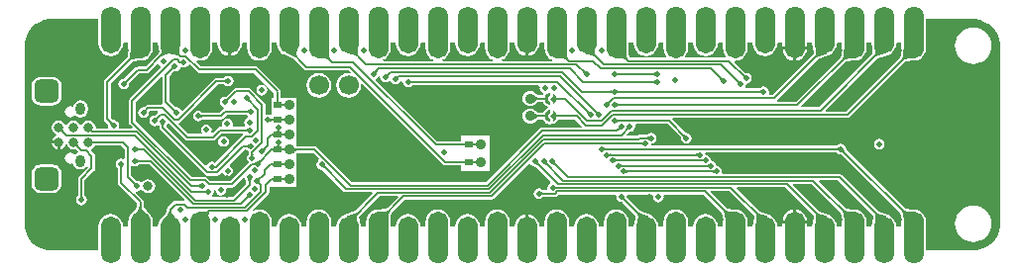
<source format=gbl>
G04*
G04 #@! TF.GenerationSoftware,Altium Limited,Altium Designer,20.2.4 (192)*
G04*
G04 Layer_Physical_Order=4*
G04 Layer_Color=16711680*
%FSLAX43Y43*%
%MOMM*%
G71*
G04*
G04 #@! TF.SameCoordinates,AF46D1C0-80E4-4F08-9089-F3FA465175DE*
G04*
G04*
G04 #@! TF.FilePolarity,Positive*
G04*
G01*
G75*
%ADD14C,0.150*%
G04:AMPARAMS|DCode=20|XSize=1.05mm|YSize=0.84mm|CornerRadius=0.42mm|HoleSize=0mm|Usage=FLASHONLY|Rotation=270.000|XOffset=0mm|YOffset=0mm|HoleType=Round|Shape=RoundedRectangle|*
%AMROUNDEDRECTD20*
21,1,1.050,0.000,0,0,270.0*
21,1,0.210,0.840,0,0,270.0*
1,1,0.840,0.000,-0.105*
1,1,0.840,0.000,0.105*
1,1,0.840,0.000,0.105*
1,1,0.840,0.000,-0.105*
%
%ADD20ROUNDEDRECTD20*%
G04:AMPARAMS|DCode=21|XSize=2mm|YSize=2.1mm|CornerRadius=0.52mm|HoleSize=0mm|Usage=FLASHONLY|Rotation=270.000|XOffset=0mm|YOffset=0mm|HoleType=Round|Shape=RoundedRectangle|*
%AMROUNDEDRECTD21*
21,1,2.000,1.060,0,0,270.0*
21,1,0.960,2.100,0,0,270.0*
1,1,1.040,-0.530,-0.480*
1,1,1.040,-0.530,0.480*
1,1,1.040,0.530,0.480*
1,1,1.040,0.530,-0.480*
%
%ADD21ROUNDEDRECTD21*%
%ADD31C,0.250*%
%ADD47R,0.650X0.500*%
%ADD90C,0.500*%
%ADD102R,0.350X0.250*%
%ADD103C,0.900*%
%ADD104C,1.700*%
%ADD105O,1.702X4.343*%
%ADD106C,1.702*%
%ADD107O,1.702X3.937*%
%ADD108C,3.600*%
%ADD120C,0.800*%
%ADD121C,0.800*%
G36*
X67520Y17983D02*
X67556Y17709D01*
X67579Y17654D01*
X67580Y17649D01*
X67614Y17538D01*
X67640Y17441D01*
X67657Y17353D01*
X67667Y17277D01*
X67669Y17211D01*
X67666Y17157D01*
X67658Y17115D01*
X67647Y17084D01*
X67635Y17062D01*
X67626Y17051D01*
X64180Y13605D01*
X63903D01*
X63831Y13732D01*
X63860Y13875D01*
X63825Y14051D01*
X63725Y14199D01*
X63577Y14299D01*
X63401Y14334D01*
X63225Y14299D01*
X63077Y14199D01*
X63064Y14181D01*
X63056Y14174D01*
X63047Y14167D01*
X63040Y14163D01*
X63033Y14159D01*
X63028Y14157D01*
X63024Y14156D01*
X63023Y14155D01*
X61886D01*
X61818Y14282D01*
X61846Y14324D01*
X61866Y14423D01*
X61925Y14541D01*
X62101Y14576D01*
X62249Y14676D01*
X62349Y14824D01*
X62384Y15000D01*
X62349Y15176D01*
X62249Y15324D01*
X62101Y15424D01*
X61925Y15459D01*
X61903Y15454D01*
X61892Y15455D01*
X61882Y15457D01*
X61873Y15459D01*
X61866Y15461D01*
X61861Y15463D01*
X61857Y15465D01*
X61856Y15466D01*
X60914Y16408D01*
X60981Y16520D01*
X61234Y16553D01*
X61490Y16659D01*
X61710Y16827D01*
X61878Y17047D01*
X61984Y17302D01*
X62020Y17577D01*
X62013Y17628D01*
X62020Y17678D01*
Y18034D01*
X62395D01*
X62440Y17983D01*
X62476Y17709D01*
X62582Y17453D01*
X62750Y17234D01*
X62970Y17065D01*
X63226Y16959D01*
X63500Y16923D01*
X63774Y16959D01*
X64030Y17065D01*
X64250Y17234D01*
X64418Y17453D01*
X64524Y17709D01*
X64560Y17983D01*
X64605Y18034D01*
X64980D01*
Y17704D01*
X66040D01*
X67100D01*
Y18034D01*
X67475D01*
X67520Y17983D01*
D02*
G37*
G36*
X13516Y17703D02*
X13493Y17476D01*
X13491Y17377D01*
X13495Y17287D01*
X13505Y17206D01*
X13521Y17135D01*
X13544Y17073D01*
X13573Y17021D01*
X13608Y16978D01*
X13488Y16886D01*
X13455Y16912D01*
X13410Y16938D01*
X13351Y16963D01*
X13278Y16989D01*
X13094Y17041D01*
X12856Y17092D01*
X12670Y17125D01*
X12659Y17123D01*
X12353Y17070D01*
X12269Y17048D01*
X12193Y17023D01*
X12127Y16995D01*
X12068Y16965D01*
X12019Y16932D01*
X11978Y16897D01*
X11872Y17003D01*
X11909Y17046D01*
X11938Y17095D01*
X11959Y17150D01*
X11973Y17211D01*
X11979Y17278D01*
X11978Y17350D01*
X11969Y17428D01*
X11953Y17513D01*
X11929Y17603D01*
X11898Y17699D01*
X12660Y17211D01*
X13537Y17831D01*
X13516Y17703D01*
D02*
G37*
G36*
X44660Y17678D02*
X44667Y17628D01*
X44660Y17577D01*
X44696Y17302D01*
X44802Y17047D01*
X44970Y16827D01*
X45190Y16659D01*
X45318Y16606D01*
X45293Y16479D01*
X41067D01*
X41042Y16606D01*
X41170Y16659D01*
X41390Y16827D01*
X41558Y17047D01*
X41664Y17302D01*
X41700Y17577D01*
X41693Y17628D01*
X41700Y17678D01*
Y18034D01*
X42075D01*
X42120Y17983D01*
X42156Y17709D01*
X42262Y17453D01*
X42430Y17234D01*
X42650Y17065D01*
X42906Y16959D01*
X43053Y16940D01*
Y17983D01*
X43307D01*
Y16940D01*
X43454Y16959D01*
X43710Y17065D01*
X43930Y17234D01*
X44098Y17453D01*
X44204Y17709D01*
X44240Y17983D01*
X44285Y18034D01*
X44660D01*
Y17678D01*
D02*
G37*
G36*
X59900D02*
X59907Y17628D01*
X59900Y17577D01*
X59936Y17302D01*
X60042Y17047D01*
X60148Y16908D01*
X60086Y16781D01*
X56754D01*
X56692Y16908D01*
X56798Y17047D01*
X56904Y17302D01*
X56940Y17577D01*
X56933Y17628D01*
X56940Y17678D01*
Y18034D01*
X57315D01*
X57360Y17983D01*
X57396Y17709D01*
X57502Y17453D01*
X57670Y17234D01*
X57890Y17065D01*
X58146Y16959D01*
X58420Y16923D01*
X58694Y16959D01*
X58950Y17065D01*
X59170Y17234D01*
X59338Y17453D01*
X59444Y17709D01*
X59480Y17983D01*
X59525Y18034D01*
X59900D01*
Y17678D01*
D02*
G37*
G36*
X54820D02*
X54827Y17628D01*
X54820Y17577D01*
X54856Y17302D01*
X54962Y17047D01*
X55068Y16908D01*
X55006Y16781D01*
X51992D01*
X51956Y16817D01*
X51950Y16824D01*
X51937Y16849D01*
X51920Y16889D01*
X51904Y16945D01*
X51889Y17016D01*
X51876Y17096D01*
X51855Y17435D01*
X51855Y17538D01*
X51860Y17577D01*
X51853Y17628D01*
X51860Y17678D01*
Y18034D01*
X52235D01*
X52280Y17983D01*
X52316Y17709D01*
X52422Y17453D01*
X52590Y17234D01*
X52810Y17065D01*
X53066Y16959D01*
X53340Y16923D01*
X53614Y16959D01*
X53870Y17065D01*
X54090Y17234D01*
X54258Y17453D01*
X54364Y17709D01*
X54400Y17983D01*
X54445Y18034D01*
X54820D01*
Y17678D01*
D02*
G37*
G36*
X39580D02*
X39587Y17628D01*
X39580Y17577D01*
X39616Y17302D01*
X39722Y17047D01*
X39890Y16827D01*
X40110Y16659D01*
X40238Y16606D01*
X40213Y16479D01*
X35987D01*
X35962Y16606D01*
X36090Y16659D01*
X36310Y16827D01*
X36478Y17047D01*
X36584Y17302D01*
X36620Y17577D01*
X36613Y17628D01*
X36620Y17678D01*
Y18034D01*
X36995D01*
X37040Y17983D01*
X37076Y17709D01*
X37182Y17453D01*
X37350Y17234D01*
X37570Y17065D01*
X37826Y16959D01*
X38100Y16923D01*
X38374Y16959D01*
X38630Y17065D01*
X38850Y17234D01*
X39018Y17453D01*
X39124Y17709D01*
X39160Y17983D01*
X39205Y18034D01*
X39580D01*
Y17678D01*
D02*
G37*
G36*
X34500D02*
X34507Y17628D01*
X34500Y17577D01*
X34536Y17302D01*
X34642Y17047D01*
X34810Y16827D01*
X35030Y16659D01*
X35158Y16606D01*
X35133Y16479D01*
X30907D01*
X30882Y16606D01*
X31010Y16659D01*
X31230Y16827D01*
X31398Y17047D01*
X31504Y17302D01*
X31540Y17577D01*
X31533Y17628D01*
X31540Y17678D01*
Y18034D01*
X31915D01*
X31960Y17983D01*
X31996Y17709D01*
X32102Y17453D01*
X32270Y17234D01*
X32490Y17065D01*
X32746Y16959D01*
X33020Y16923D01*
X33294Y16959D01*
X33550Y17065D01*
X33770Y17234D01*
X33938Y17453D01*
X34044Y17709D01*
X34080Y17983D01*
X34125Y18034D01*
X34500D01*
Y17678D01*
D02*
G37*
G36*
X28739Y17658D02*
X28705Y17438D01*
X28699Y17341D01*
X28700Y17253D01*
X28709Y17174D01*
X28724Y17103D01*
X28746Y17041D01*
X28776Y16987D01*
X28813Y16942D01*
X28682Y16861D01*
X28653Y16884D01*
X28610Y16908D01*
X28553Y16933D01*
X28481Y16960D01*
X28296Y17018D01*
X27911Y17117D01*
X27755Y17153D01*
X28767Y17781D01*
X28739Y17658D01*
D02*
G37*
G36*
X73858Y17156D02*
X73700Y17117D01*
X73000Y16900D01*
X72958Y16877D01*
X72930Y16855D01*
X72798Y16935D01*
X72835Y16980D01*
X72864Y17033D01*
X72887Y17095D01*
X72901Y17166D01*
X72909Y17245D01*
X72909Y17333D01*
X72902Y17429D01*
X72888Y17533D01*
X72866Y17647D01*
X72837Y17768D01*
X73858Y17156D01*
D02*
G37*
G36*
X49047Y17630D02*
X49006Y17415D01*
X48998Y17320D01*
X48997Y17233D01*
X49003Y17154D01*
X49018Y17084D01*
X49040Y17022D01*
X49069Y16969D01*
X49107Y16924D01*
X48971Y16847D01*
X48945Y16867D01*
X48904Y16889D01*
X48849Y16914D01*
X48693Y16972D01*
X48347Y17077D01*
X48043Y17161D01*
X49078Y17749D01*
X49047Y17630D01*
D02*
G37*
G36*
X68837Y17172D02*
X67908Y16830D01*
X67767Y16901D01*
X67805Y16947D01*
X67834Y17001D01*
X67856Y17062D01*
X67869Y17132D01*
X67874Y17209D01*
X67870Y17293D01*
X67859Y17386D01*
X67839Y17486D01*
X67811Y17594D01*
X67774Y17710D01*
X68837Y17172D01*
D02*
G37*
G36*
X23586Y17520D02*
X23550Y17420D01*
X23523Y17327D01*
X23505Y17240D01*
X23497Y17160D01*
X23498Y17086D01*
X23508Y17019D01*
X23528Y16959D01*
X23558Y16906D01*
X23597Y16859D01*
X23443Y16801D01*
X23432Y16807D01*
X23402Y16820D01*
X22524Y17201D01*
X23632Y17626D01*
X23586Y17520D01*
D02*
G37*
G36*
X46571Y17428D02*
X46593Y17075D01*
X46608Y16979D01*
X46626Y16895D01*
X46648Y16822D01*
X46673Y16760D01*
X46701Y16709D01*
X46733Y16670D01*
X46627Y16564D01*
X46588Y16596D01*
X46537Y16624D01*
X46475Y16649D01*
X46402Y16671D01*
X46318Y16689D01*
X46222Y16704D01*
X45998Y16722D01*
X45729Y16726D01*
X46571Y17568D01*
X46571Y17428D01*
D02*
G37*
G36*
X76191Y16726D02*
X76051Y16726D01*
X75698Y16703D01*
X75602Y16689D01*
X75518Y16671D01*
X75445Y16649D01*
X75383Y16624D01*
X75332Y16596D01*
X75293Y16563D01*
X75187Y16670D01*
X75219Y16709D01*
X75247Y16760D01*
X75273Y16822D01*
X75294Y16895D01*
X75312Y16979D01*
X75327Y17075D01*
X75345Y17299D01*
X75349Y17568D01*
X76191Y16726D01*
D02*
G37*
G36*
X71111D02*
X70971Y16726D01*
X70618Y16703D01*
X70522Y16689D01*
X70438Y16671D01*
X70365Y16649D01*
X70303Y16624D01*
X70252Y16596D01*
X70213Y16563D01*
X70107Y16670D01*
X70139Y16709D01*
X70167Y16760D01*
X70193Y16822D01*
X70214Y16895D01*
X70232Y16979D01*
X70247Y17075D01*
X70265Y17299D01*
X70269Y17568D01*
X71111Y16726D01*
D02*
G37*
G36*
X51651Y17428D02*
X51673Y17075D01*
X51688Y16979D01*
X51706Y16895D01*
X51727Y16822D01*
X51753Y16760D01*
X51781Y16709D01*
X51813Y16670D01*
X51707Y16563D01*
X51668Y16596D01*
X51617Y16624D01*
X51555Y16649D01*
X51482Y16671D01*
X51398Y16689D01*
X51302Y16703D01*
X51078Y16722D01*
X50809Y16726D01*
X51651Y17568D01*
X51651Y17428D01*
D02*
G37*
G36*
X26251D02*
X26273Y17075D01*
X26288Y16979D01*
X26306Y16895D01*
X26327Y16822D01*
X26353Y16760D01*
X26381Y16709D01*
X26413Y16670D01*
X26307Y16563D01*
X26268Y16596D01*
X26217Y16624D01*
X26155Y16649D01*
X26082Y16671D01*
X25998Y16689D01*
X25902Y16703D01*
X25678Y16722D01*
X25409Y16726D01*
X26251Y17568D01*
X26251Y17428D01*
D02*
G37*
G36*
X10181Y16726D02*
X10038Y16721D01*
X9680Y16688D01*
X9584Y16672D01*
X9499Y16652D01*
X9426Y16630D01*
X9364Y16604D01*
X9314Y16576D01*
X9276Y16545D01*
X9166Y16647D01*
X9199Y16688D01*
X9228Y16739D01*
X9253Y16801D01*
X9274Y16874D01*
X9290Y16958D01*
X9302Y17053D01*
X9314Y17274D01*
X9314Y17401D01*
X9310Y17539D01*
X10181Y16726D01*
D02*
G37*
G36*
X81947Y19977D02*
X82362Y19805D01*
X82737Y19555D01*
X83055Y19237D01*
X83305Y18862D01*
X83477Y18447D01*
X83565Y18005D01*
Y17780D01*
Y2540D01*
Y2315D01*
X83477Y1873D01*
X83305Y1458D01*
X83055Y1083D01*
X82737Y765D01*
X82362Y515D01*
X81947Y343D01*
X81505Y255D01*
X77260D01*
Y2642D01*
X77253Y2692D01*
X77260Y2743D01*
X77224Y3018D01*
X77118Y3273D01*
X76950Y3493D01*
X76730Y3661D01*
X76474Y3767D01*
X76200Y3803D01*
X76164Y3798D01*
X75932Y3802D01*
X75721Y3819D01*
X75639Y3832D01*
X75568Y3847D01*
X75512Y3863D01*
X75472Y3880D01*
X75448Y3893D01*
X75441Y3899D01*
X70459Y8881D01*
X70458Y8882D01*
X70456Y8886D01*
X70454Y8891D01*
X70452Y8898D01*
X70450Y8907D01*
X70449Y8917D01*
X70448Y8928D01*
X70452Y8950D01*
X70417Y9126D01*
X70318Y9274D01*
X70169Y9374D01*
X69993Y9409D01*
X69818Y9374D01*
X69669Y9274D01*
X69656Y9256D01*
X69648Y9249D01*
X69639Y9242D01*
X69632Y9238D01*
X69626Y9234D01*
X69620Y9232D01*
X69616Y9231D01*
X69615Y9230D01*
X53880D01*
X53798Y9336D01*
X53828Y9446D01*
X53881Y9462D01*
X53951Y9476D01*
X54099Y9576D01*
X54199Y9724D01*
X54234Y9900D01*
X54199Y10076D01*
X54099Y10224D01*
X53951Y10324D01*
X53775Y10359D01*
X53599Y10324D01*
X53451Y10224D01*
X53438Y10206D01*
X53430Y10199D01*
X53421Y10192D01*
X53414Y10188D01*
X53407Y10184D01*
X53402Y10182D01*
X53398Y10181D01*
X53397Y10180D01*
X52775D01*
X52668Y10159D01*
X52577Y10098D01*
X52559Y10080D01*
X51743D01*
X51694Y10198D01*
X51906Y10409D01*
X51907Y10410D01*
X51911Y10412D01*
X51916Y10414D01*
X51923Y10416D01*
X51932Y10418D01*
X51942Y10420D01*
X51953Y10421D01*
X51975Y10416D01*
X52151Y10451D01*
X52299Y10551D01*
X52399Y10699D01*
X52434Y10875D01*
X52416Y10963D01*
X52513Y11090D01*
X55208D01*
X56334Y9964D01*
X56335Y9963D01*
X56337Y9959D01*
X56339Y9954D01*
X56341Y9947D01*
X56343Y9938D01*
X56345Y9927D01*
X56346Y9917D01*
X56341Y9895D01*
X56376Y9719D01*
X56476Y9570D01*
X56624Y9471D01*
X56800Y9436D01*
X56976Y9471D01*
X57124Y9570D01*
X57224Y9719D01*
X57259Y9895D01*
X57224Y10070D01*
X57124Y10219D01*
X56976Y10319D01*
X56800Y10353D01*
X56778Y10349D01*
X56767Y10350D01*
X56757Y10352D01*
X56748Y10354D01*
X56741Y10356D01*
X56736Y10358D01*
X56732Y10360D01*
X56731Y10360D01*
X55599Y11493D01*
X55651Y11620D01*
X70523D01*
X70630Y11641D01*
X70721Y11702D01*
X75441Y16421D01*
X75448Y16427D01*
X75472Y16440D01*
X75512Y16457D01*
X75568Y16473D01*
X75639Y16488D01*
X75719Y16500D01*
X76058Y16522D01*
X76161Y16522D01*
X76200Y16517D01*
X76474Y16553D01*
X76730Y16659D01*
X76950Y16827D01*
X77118Y17047D01*
X77224Y17302D01*
X77260Y17577D01*
X77253Y17628D01*
X77260Y17678D01*
Y20065D01*
X81280D01*
X81505D01*
X81947Y19977D01*
D02*
G37*
G36*
X72600Y17983D02*
X72636Y17709D01*
X72648Y17680D01*
X72666Y17604D01*
X72686Y17500D01*
X72699Y17407D01*
X72705Y17325D01*
X72705Y17255D01*
X72700Y17197D01*
X72690Y17151D01*
X72678Y17118D01*
X72665Y17095D01*
X72656Y17084D01*
X68119Y12546D01*
X66652D01*
X66603Y12664D01*
X70361Y16421D01*
X70368Y16427D01*
X70392Y16440D01*
X70432Y16457D01*
X70488Y16473D01*
X70559Y16488D01*
X70639Y16500D01*
X70978Y16522D01*
X71081Y16522D01*
X71120Y16517D01*
X71394Y16553D01*
X71650Y16659D01*
X71870Y16827D01*
X72038Y17047D01*
X72144Y17302D01*
X72180Y17577D01*
X72173Y17628D01*
X72180Y17678D01*
Y18034D01*
X72555D01*
X72600Y17983D01*
D02*
G37*
G36*
X21800D02*
X21836Y17709D01*
X21942Y17453D01*
X22110Y17234D01*
X22330Y17065D01*
X22427Y17025D01*
X22441Y17015D01*
X22442Y17015D01*
X22443Y17014D01*
X23319Y16634D01*
X24176Y15777D01*
X24267Y15716D01*
X24375Y15695D01*
X27984D01*
X28113Y15566D01*
X28054Y15446D01*
X27940Y15461D01*
X27666Y15425D01*
X27410Y15319D01*
X27191Y15151D01*
X27023Y14931D01*
X26917Y14676D01*
X26881Y14402D01*
X26917Y14128D01*
X27023Y13872D01*
X27191Y13653D01*
X27410Y13485D01*
X27666Y13379D01*
X27940Y13343D01*
X28214Y13379D01*
X28470Y13485D01*
X28689Y13653D01*
X28857Y13872D01*
X28963Y14128D01*
X28999Y14402D01*
X28984Y14515D01*
X29104Y14575D01*
X36027Y7652D01*
X36118Y7591D01*
X36226Y7570D01*
X37505D01*
Y7087D01*
X40007D01*
Y10132D01*
X37505D01*
Y9637D01*
X35509D01*
X30288Y14859D01*
X30320Y15006D01*
X30424Y15076D01*
X30508Y15201D01*
X30628Y15151D01*
X30623Y15127D01*
X30658Y14952D01*
X30757Y14803D01*
X30906Y14703D01*
X31082Y14668D01*
X31257Y14703D01*
X31406Y14803D01*
X31418Y14820D01*
X31551Y14799D01*
X31651Y14651D01*
X31799Y14551D01*
X31975Y14516D01*
X32151Y14551D01*
X32299Y14651D01*
X32393Y14790D01*
X32410Y14801D01*
X32462Y14809D01*
X32562Y14701D01*
X32561Y14697D01*
X32596Y14521D01*
X32696Y14372D01*
X32844Y14273D01*
X33020Y14238D01*
X33196Y14273D01*
X33344Y14372D01*
X33357Y14391D01*
X33365Y14398D01*
X33374Y14404D01*
X33381Y14409D01*
X33388Y14412D01*
X33393Y14415D01*
X33397Y14416D01*
X33398Y14416D01*
X44187D01*
X44284Y14289D01*
X44266Y14200D01*
X44301Y14024D01*
X44401Y13876D01*
X44538Y13783D01*
X44550Y13773D01*
X44576Y13685D01*
X44498Y13566D01*
X44157D01*
X44152Y13567D01*
X44138Y13572D01*
X44118Y13581D01*
X44093Y13594D01*
X44065Y13613D01*
X44034Y13636D01*
X43956Y13704D01*
X43921Y13739D01*
X43914Y13749D01*
X43778Y13853D01*
X43620Y13918D01*
X43450Y13941D01*
X43280Y13918D01*
X43122Y13853D01*
X42986Y13749D01*
X42882Y13613D01*
X42817Y13455D01*
X42794Y13285D01*
X42817Y13115D01*
X42882Y12957D01*
X42986Y12822D01*
X43122Y12717D01*
X43280Y12652D01*
X43450Y12630D01*
X43620Y12652D01*
X43778Y12717D01*
X43914Y12822D01*
X43921Y12832D01*
X43956Y12866D01*
X44034Y12934D01*
X44065Y12957D01*
X44093Y12976D01*
X44118Y12990D01*
X44138Y12999D01*
X44152Y13004D01*
X44157Y13005D01*
X44550D01*
X44588Y12914D01*
X44632Y12848D01*
X44773Y12707D01*
X44839Y12663D01*
X45012Y12591D01*
X45023Y12560D01*
Y12490D01*
X45012Y12459D01*
X44839Y12387D01*
X44773Y12343D01*
X44632Y12202D01*
X44588Y12136D01*
X44558Y12066D01*
X44157D01*
X44152Y12067D01*
X44138Y12072D01*
X44118Y12081D01*
X44093Y12094D01*
X44065Y12113D01*
X44034Y12136D01*
X43956Y12204D01*
X43921Y12239D01*
X43914Y12249D01*
X43778Y12353D01*
X43620Y12418D01*
X43450Y12441D01*
X43280Y12418D01*
X43122Y12353D01*
X42986Y12249D01*
X42882Y12113D01*
X42817Y11955D01*
X42794Y11785D01*
X42817Y11615D01*
X42882Y11457D01*
X42986Y11322D01*
X43122Y11217D01*
X43280Y11152D01*
X43450Y11130D01*
X43620Y11152D01*
X43778Y11217D01*
X43914Y11322D01*
X43921Y11332D01*
X43956Y11366D01*
X44034Y11434D01*
X44064Y11457D01*
X44093Y11476D01*
X44118Y11490D01*
X44138Y11499D01*
X44152Y11504D01*
X44157Y11505D01*
X44550D01*
X44588Y11414D01*
X44632Y11348D01*
X44773Y11207D01*
X44839Y11163D01*
X45023Y11087D01*
X45101Y11071D01*
X45200D01*
X45278Y11087D01*
X45319Y11114D01*
X45332Y11111D01*
X45367Y11103D01*
X45371Y11103D01*
X45374Y11103D01*
X45410Y11110D01*
X45446Y11115D01*
X45518Y11142D01*
X45544Y11158D01*
X45571Y11172D01*
X45692Y11266D01*
X45712Y11289D01*
X45735Y11311D01*
X45822Y11436D01*
X45834Y11465D01*
X45849Y11492D01*
X45853Y11505D01*
X47291D01*
X47898Y10898D01*
X47849Y10780D01*
X44462D01*
X44355Y10759D01*
X44264Y10698D01*
X39671Y6105D01*
X28233D01*
X25250Y9088D01*
X25159Y9149D01*
X25052Y9170D01*
X23567D01*
X23562Y9172D01*
X23548Y9176D01*
X23528Y9185D01*
X23503Y9199D01*
X23475Y9218D01*
X23450Y9237D01*
Y9886D01*
X23493Y9990D01*
X23516Y10160D01*
X23493Y10330D01*
X23450Y10434D01*
Y11156D01*
X23493Y11260D01*
X23516Y11430D01*
X23493Y11600D01*
X23450Y11704D01*
Y12426D01*
X23493Y12530D01*
X23516Y12700D01*
X23493Y12870D01*
X23450Y12974D01*
Y13356D01*
X22860Y13356D01*
X22860Y13356D01*
X22860Y13356D01*
X22140Y13356D01*
Y13870D01*
X22138Y13882D01*
X22140Y13895D01*
X22119Y14002D01*
X22058Y14093D01*
X20175Y15977D01*
X20084Y16037D01*
X19977Y16059D01*
X19869Y16037D01*
X19864Y16034D01*
X15328D01*
X14926Y16436D01*
X14942Y16484D01*
X14992Y16550D01*
X15240Y16517D01*
X15514Y16553D01*
X15770Y16659D01*
X15990Y16827D01*
X16158Y17047D01*
X16264Y17302D01*
X16300Y17577D01*
X16293Y17628D01*
X16300Y17678D01*
Y18034D01*
X16675D01*
X16720Y17983D01*
X16756Y17709D01*
X16862Y17453D01*
X17030Y17234D01*
X17250Y17065D01*
X17506Y16959D01*
X17653Y16940D01*
Y17983D01*
X17907D01*
Y16940D01*
X18054Y16959D01*
X18310Y17065D01*
X18530Y17234D01*
X18698Y17453D01*
X18804Y17709D01*
X18840Y17983D01*
X18885Y18034D01*
X19260D01*
Y17678D01*
X19267Y17628D01*
X19260Y17577D01*
X19296Y17302D01*
X19402Y17047D01*
X19570Y16827D01*
X19790Y16659D01*
X20046Y16553D01*
X20320Y16517D01*
X20594Y16553D01*
X20850Y16659D01*
X21070Y16827D01*
X21238Y17047D01*
X21344Y17302D01*
X21380Y17577D01*
X21373Y17628D01*
X21380Y17678D01*
Y18034D01*
X21755D01*
X21800Y17983D01*
D02*
G37*
G36*
X11640D02*
X11676Y17709D01*
X11703Y17643D01*
X11704Y17635D01*
X11734Y17545D01*
X11754Y17467D01*
X11768Y17398D01*
X11774Y17337D01*
X11775Y17286D01*
X11771Y17244D01*
X11764Y17210D01*
X11754Y17185D01*
X11742Y17165D01*
X11738Y17160D01*
X11720Y17148D01*
X10577Y16005D01*
X9925D01*
X9818Y15984D01*
X9727Y15923D01*
X8794Y14991D01*
X8793Y14990D01*
X8789Y14988D01*
X8784Y14986D01*
X8777Y14984D01*
X8768Y14982D01*
X8758Y14980D01*
X8747Y14979D01*
X8725Y14984D01*
X8549Y14949D01*
X8401Y14849D01*
X8301Y14701D01*
X8266Y14525D01*
X8301Y14349D01*
X8401Y14201D01*
X8549Y14101D01*
X8725Y14066D01*
X8901Y14101D01*
X9049Y14201D01*
X9149Y14349D01*
X9184Y14525D01*
X9179Y14547D01*
X9180Y14558D01*
X9182Y14568D01*
X9184Y14577D01*
X9186Y14584D01*
X9188Y14589D01*
X9190Y14593D01*
X9191Y14594D01*
X10041Y15445D01*
X10693D01*
X10801Y15466D01*
X10891Y15527D01*
X11589Y16224D01*
X11752Y16208D01*
X11791Y16151D01*
X11893Y16082D01*
X11925Y15934D01*
X9275Y13285D01*
X9214Y13194D01*
X9193Y13086D01*
Y11248D01*
X9214Y11141D01*
X9275Y11050D01*
X9477Y10848D01*
X9428Y10730D01*
X8372D01*
X8300Y10857D01*
X8329Y11000D01*
X8294Y11176D01*
X8194Y11324D01*
X8046Y11424D01*
X7870Y11459D01*
X7848Y11454D01*
X7837Y11455D01*
X7827Y11457D01*
X7818Y11459D01*
X7811Y11461D01*
X7806Y11463D01*
X7802Y11465D01*
X7801Y11466D01*
X7626Y11640D01*
Y14605D01*
X9424Y16402D01*
X9429Y16407D01*
X9454Y16420D01*
X9495Y16437D01*
X9552Y16455D01*
X9624Y16472D01*
X9707Y16486D01*
X10051Y16517D01*
X10133Y16520D01*
X10160Y16517D01*
X10434Y16553D01*
X10690Y16659D01*
X10910Y16827D01*
X11078Y17047D01*
X11184Y17302D01*
X11220Y17577D01*
X11213Y17628D01*
X11220Y17678D01*
Y18034D01*
X11595D01*
X11640Y17983D01*
D02*
G37*
G36*
X13662Y16254D02*
X13651Y16268D01*
X13639Y16280D01*
X13625Y16290D01*
X13610Y16300D01*
X13594Y16307D01*
X13576Y16314D01*
X13556Y16319D01*
X13536Y16322D01*
X13514Y16324D01*
X13490Y16325D01*
Y16475D01*
X13514Y16476D01*
X13536Y16478D01*
X13556Y16481D01*
X13576Y16486D01*
X13594Y16493D01*
X13610Y16501D01*
X13625Y16510D01*
X13639Y16520D01*
X13651Y16532D01*
X13662Y16546D01*
Y16254D01*
D02*
G37*
G36*
X15013Y15555D02*
X15104Y15494D01*
X15212Y15473D01*
X19886D01*
X21580Y13779D01*
Y13356D01*
X21335D01*
Y11925D01*
X21230Y11860D01*
X21208Y11860D01*
X21040Y11894D01*
X20972Y11880D01*
X20845Y11985D01*
Y12722D01*
X20824Y12829D01*
X20763Y12920D01*
X19585Y14098D01*
X19494Y14159D01*
X19387Y14180D01*
X18327D01*
X18219Y14159D01*
X18128Y14098D01*
X17469Y13439D01*
X17468Y13439D01*
X17464Y13436D01*
X17459Y13434D01*
X17452Y13432D01*
X17443Y13430D01*
X17432Y13429D01*
X17422Y13428D01*
X17400Y13432D01*
X17224Y13397D01*
X17075Y13298D01*
X16976Y13149D01*
X16941Y12973D01*
X16976Y12798D01*
X17075Y12649D01*
X17224Y12549D01*
X17263Y12542D01*
X17284Y12408D01*
X17232Y12373D01*
X16914Y12055D01*
X15493D01*
X15492Y12056D01*
X15488Y12057D01*
X15483Y12059D01*
X15476Y12063D01*
X15469Y12067D01*
X15460Y12074D01*
X15452Y12081D01*
X15439Y12099D01*
X15291Y12199D01*
X15115Y12234D01*
X14939Y12199D01*
X14791Y12099D01*
X14691Y11951D01*
X14656Y11775D01*
X14691Y11599D01*
X14791Y11451D01*
X14939Y11351D01*
X15115Y11316D01*
X15291Y11351D01*
X15439Y11451D01*
X15452Y11469D01*
X15460Y11476D01*
X15469Y11483D01*
X15476Y11487D01*
X15483Y11491D01*
X15488Y11493D01*
X15492Y11494D01*
X15493Y11495D01*
X17031D01*
X17138Y11516D01*
X17229Y11577D01*
X17547Y11895D01*
X19236D01*
X19237Y11894D01*
X19241Y11893D01*
X19246Y11891D01*
X19253Y11887D01*
X19260Y11883D01*
X19269Y11876D01*
X19277Y11869D01*
X19290Y11851D01*
X19378Y11791D01*
X19352Y11656D01*
X19314Y11649D01*
X19166Y11549D01*
X19066Y11401D01*
X19031Y11225D01*
X19066Y11049D01*
X19111Y10982D01*
X19043Y10855D01*
X18101D01*
X18029Y10982D01*
X18058Y11125D01*
X18023Y11301D01*
X17923Y11449D01*
X17775Y11549D01*
X17599Y11584D01*
X17423Y11549D01*
X17275Y11449D01*
X17175Y11301D01*
X17140Y11125D01*
X17169Y10982D01*
X17097Y10855D01*
X16965D01*
X16858Y10834D01*
X16767Y10773D01*
X16348Y10355D01*
X16316Y10370D01*
X16244Y10430D01*
X16274Y10581D01*
X16239Y10757D01*
X16139Y10905D01*
X15991Y11005D01*
X15815Y11040D01*
X15639Y11005D01*
X15491Y10905D01*
X15391Y10757D01*
X15356Y10581D01*
X15391Y10405D01*
X15406Y10382D01*
X15339Y10255D01*
X14281D01*
X13432Y11104D01*
X13474Y11242D01*
X13504Y11248D01*
X13595Y11309D01*
X16781Y14495D01*
X17280D01*
X17281Y14494D01*
X17286Y14493D01*
X17291Y14491D01*
X17297Y14487D01*
X17305Y14483D01*
X17314Y14476D01*
X17322Y14469D01*
X17334Y14451D01*
X17483Y14351D01*
X17659Y14316D01*
X17834Y14351D01*
X17983Y14451D01*
X18082Y14599D01*
X18117Y14775D01*
X18082Y14951D01*
X17983Y15099D01*
X17834Y15199D01*
X17659Y15234D01*
X17483Y15199D01*
X17334Y15099D01*
X17322Y15081D01*
X17314Y15074D01*
X17305Y15067D01*
X17297Y15063D01*
X17291Y15059D01*
X17286Y15057D01*
X17281Y15056D01*
X17280Y15055D01*
X16665D01*
X16558Y15034D01*
X16467Y14973D01*
X13756Y12263D01*
X13609Y12295D01*
X13539Y12399D01*
X13391Y12499D01*
X13215Y12534D01*
X13193Y12529D01*
X13182Y12530D01*
X13172Y12532D01*
X13163Y12534D01*
X13156Y12536D01*
X13151Y12538D01*
X13147Y12540D01*
X13146Y12541D01*
X12620Y13066D01*
Y15159D01*
X13046Y15584D01*
X13047Y15585D01*
X13051Y15587D01*
X13056Y15589D01*
X13063Y15591D01*
X13072Y15593D01*
X13082Y15595D01*
X13093Y15596D01*
X13115Y15591D01*
X13291Y15626D01*
X13439Y15726D01*
X13539Y15874D01*
X13548Y15918D01*
X13689Y15977D01*
X13689Y15976D01*
X13865Y15941D01*
X14041Y15976D01*
X14189Y16076D01*
X14239Y16150D01*
X14398Y16171D01*
X15013Y15555D01*
D02*
G37*
G36*
X13112Y15800D02*
X13085Y15799D01*
X13059Y15797D01*
X13034Y15794D01*
X13010Y15788D01*
X12988Y15781D01*
X12966Y15773D01*
X12946Y15762D01*
X12927Y15751D01*
X12910Y15737D01*
X12893Y15722D01*
X12787Y15828D01*
X12802Y15845D01*
X12816Y15862D01*
X12828Y15881D01*
X12838Y15901D01*
X12846Y15923D01*
X12853Y15945D01*
X12859Y15969D01*
X12862Y15994D01*
X12864Y16020D01*
X12865Y16048D01*
X13112Y15800D01*
D02*
G37*
G36*
X30428Y15622D02*
X30413Y15605D01*
X30399Y15588D01*
X30388Y15569D01*
X30377Y15549D01*
X30369Y15527D01*
X30362Y15505D01*
X30356Y15481D01*
X30353Y15456D01*
X30351Y15430D01*
X30350Y15403D01*
X30103Y15650D01*
X30130Y15651D01*
X30156Y15653D01*
X30181Y15656D01*
X30205Y15662D01*
X30227Y15669D01*
X30249Y15677D01*
X30269Y15687D01*
X30288Y15699D01*
X30305Y15713D01*
X30322Y15728D01*
X30428Y15622D01*
D02*
G37*
G36*
X48050Y15640D02*
X48067Y15626D01*
X48086Y15615D01*
X48106Y15604D01*
X48127Y15596D01*
X48150Y15589D01*
X48174Y15583D01*
X48199Y15580D01*
X48225Y15578D01*
X48252Y15577D01*
X48005Y15330D01*
X48004Y15357D01*
X48002Y15383D01*
X47998Y15408D01*
X47993Y15432D01*
X47986Y15454D01*
X47977Y15476D01*
X47967Y15496D01*
X47955Y15515D01*
X47942Y15532D01*
X47927Y15549D01*
X48033Y15655D01*
X48050Y15640D01*
D02*
G37*
G36*
X54101Y15202D02*
X54080Y15220D01*
X54060Y15237D01*
X54039Y15252D01*
X54019Y15265D01*
X53998Y15276D01*
X53976Y15285D01*
X53955Y15291D01*
X53933Y15296D01*
X53911Y15299D01*
X53889Y15300D01*
X53886Y15450D01*
X53909Y15451D01*
X53931Y15454D01*
X53952Y15459D01*
X53973Y15467D01*
X53994Y15476D01*
X54015Y15487D01*
X54035Y15500D01*
X54055Y15515D01*
X54075Y15532D01*
X54094Y15552D01*
X54101Y15202D01*
D02*
G37*
G36*
X50824Y15531D02*
X50844Y15514D01*
X50864Y15499D01*
X50885Y15486D01*
X50905Y15475D01*
X50926Y15466D01*
X50948Y15459D01*
X50970Y15454D01*
X50992Y15451D01*
X51014Y15450D01*
Y15300D01*
X50992Y15299D01*
X50970Y15296D01*
X50948Y15291D01*
X50926Y15284D01*
X50905Y15275D01*
X50885Y15264D01*
X50864Y15251D01*
X50844Y15236D01*
X50824Y15219D01*
X50804Y15200D01*
Y15550D01*
X50824Y15531D01*
D02*
G37*
G36*
X31409Y15349D02*
X31394Y15332D01*
X31381Y15315D01*
X31369Y15296D01*
X31359Y15276D01*
X31350Y15254D01*
X31343Y15232D01*
X31338Y15208D01*
X31334Y15183D01*
X31332Y15157D01*
X31332Y15130D01*
X31084Y15377D01*
X31112Y15378D01*
X31138Y15380D01*
X31163Y15384D01*
X31186Y15389D01*
X31209Y15396D01*
X31230Y15404D01*
X31250Y15415D01*
X31269Y15426D01*
X31287Y15440D01*
X31303Y15455D01*
X31409Y15349D01*
D02*
G37*
G36*
X61720Y15313D02*
X61737Y15299D01*
X61756Y15288D01*
X61776Y15277D01*
X61798Y15269D01*
X61820Y15262D01*
X61844Y15256D01*
X61869Y15253D01*
X61895Y15251D01*
X61923Y15250D01*
X61675Y15002D01*
X61674Y15030D01*
X61672Y15056D01*
X61669Y15081D01*
X61663Y15105D01*
X61656Y15127D01*
X61648Y15149D01*
X61638Y15169D01*
X61626Y15188D01*
X61612Y15205D01*
X61597Y15222D01*
X61703Y15328D01*
X61720Y15313D01*
D02*
G37*
G36*
X59742Y15066D02*
X59759Y15052D01*
X59778Y15041D01*
X59798Y15030D01*
X59819Y15022D01*
X59842Y15015D01*
X59866Y15009D01*
X59891Y15006D01*
X59917Y15004D01*
X59944Y15003D01*
X59697Y14756D01*
X59696Y14783D01*
X59694Y14809D01*
X59690Y14834D01*
X59685Y14858D01*
X59678Y14880D01*
X59669Y14902D01*
X59659Y14922D01*
X59647Y14941D01*
X59634Y14958D01*
X59619Y14975D01*
X59725Y15081D01*
X59742Y15066D01*
D02*
G37*
G36*
X17480Y14600D02*
X17460Y14619D01*
X17440Y14636D01*
X17420Y14651D01*
X17399Y14664D01*
X17379Y14675D01*
X17357Y14684D01*
X17336Y14691D01*
X17314Y14696D01*
X17292Y14699D01*
X17270Y14700D01*
Y14850D01*
X17292Y14851D01*
X17314Y14854D01*
X17336Y14859D01*
X17357Y14866D01*
X17379Y14875D01*
X17399Y14886D01*
X17420Y14899D01*
X17440Y14914D01*
X17460Y14931D01*
X17480Y14950D01*
Y14600D01*
D02*
G37*
G36*
X9053Y14747D02*
X9038Y14730D01*
X9024Y14713D01*
X9012Y14694D01*
X9002Y14674D01*
X8994Y14652D01*
X8987Y14630D01*
X8981Y14606D01*
X8978Y14581D01*
X8976Y14555D01*
X8975Y14528D01*
X8727Y14775D01*
X8755Y14776D01*
X8781Y14778D01*
X8806Y14781D01*
X8830Y14787D01*
X8852Y14794D01*
X8874Y14802D01*
X8894Y14812D01*
X8913Y14824D01*
X8930Y14838D01*
X8947Y14853D01*
X9053Y14747D01*
D02*
G37*
G36*
X54097Y14522D02*
X54078Y14541D01*
X54058Y14558D01*
X54037Y14573D01*
X54017Y14586D01*
X53996Y14597D01*
X53975Y14606D01*
X53953Y14613D01*
X53932Y14618D01*
X53910Y14621D01*
X53888Y14622D01*
Y14772D01*
X53910Y14773D01*
X53932Y14776D01*
X53953Y14781D01*
X53975Y14788D01*
X53996Y14797D01*
X54017Y14808D01*
X54037Y14821D01*
X54058Y14836D01*
X54078Y14853D01*
X54097Y14872D01*
Y14522D01*
D02*
G37*
G36*
X33218Y14853D02*
X33238Y14836D01*
X33259Y14821D01*
X33279Y14808D01*
X33300Y14797D01*
X33321Y14788D01*
X33343Y14781D01*
X33364Y14776D01*
X33386Y14773D01*
X33408Y14772D01*
Y14622D01*
X33386Y14621D01*
X33364Y14618D01*
X33343Y14613D01*
X33321Y14606D01*
X33300Y14597D01*
X33279Y14586D01*
X33259Y14573D01*
X33238Y14558D01*
X33218Y14541D01*
X33199Y14522D01*
Y14872D01*
X33218Y14853D01*
D02*
G37*
G36*
X61217Y14813D02*
X61235Y14799D01*
X61253Y14788D01*
X61274Y14777D01*
X61295Y14769D01*
X61317Y14762D01*
X61341Y14756D01*
X61366Y14753D01*
X61392Y14751D01*
X61420Y14750D01*
X61172Y14503D01*
X61172Y14530D01*
X61169Y14556D01*
X61166Y14581D01*
X61160Y14605D01*
X61153Y14627D01*
X61145Y14649D01*
X61135Y14669D01*
X61123Y14688D01*
X61109Y14705D01*
X61094Y14722D01*
X61200Y14828D01*
X61217Y14813D01*
D02*
G37*
G36*
X63222Y13700D02*
X63203Y13719D01*
X63183Y13736D01*
X63162Y13751D01*
X63142Y13764D01*
X63121Y13775D01*
X63100Y13784D01*
X63078Y13791D01*
X63057Y13796D01*
X63035Y13799D01*
X63013Y13800D01*
X63013Y13950D01*
X63035Y13951D01*
X63057Y13954D01*
X63078Y13959D01*
X63100Y13966D01*
X63121Y13975D01*
X63142Y13986D01*
X63162Y13999D01*
X63183Y14014D01*
X63203Y14031D01*
X63222Y14050D01*
X63222Y13700D01*
D02*
G37*
G36*
X50824Y14031D02*
X50844Y14014D01*
X50864Y13999D01*
X50885Y13986D01*
X50905Y13975D01*
X50926Y13966D01*
X50948Y13959D01*
X50970Y13954D01*
X50992Y13951D01*
X51014Y13950D01*
Y13800D01*
X50992Y13799D01*
X50970Y13796D01*
X50948Y13791D01*
X50926Y13784D01*
X50905Y13775D01*
X50885Y13764D01*
X50864Y13751D01*
X50844Y13736D01*
X50824Y13719D01*
X50804Y13700D01*
Y14050D01*
X50824Y14031D01*
D02*
G37*
G36*
X50447Y13700D02*
X50427Y13719D01*
X50407Y13736D01*
X50387Y13751D01*
X50366Y13764D01*
X50345Y13775D01*
X50324Y13784D01*
X50303Y13791D01*
X50281Y13796D01*
X50259Y13799D01*
X50237Y13800D01*
Y13950D01*
X50259Y13951D01*
X50281Y13954D01*
X50303Y13959D01*
X50324Y13966D01*
X50345Y13975D01*
X50366Y13986D01*
X50387Y13999D01*
X50407Y14014D01*
X50427Y14031D01*
X50447Y14050D01*
Y13700D01*
D02*
G37*
G36*
X70060Y17678D02*
X70067Y17628D01*
X70060Y17577D01*
X70065Y17541D01*
X70061Y17309D01*
X70044Y17098D01*
X70031Y17016D01*
X70016Y16945D01*
X70000Y16889D01*
X69983Y16849D01*
X69970Y16824D01*
X69964Y16817D01*
X66168Y13021D01*
X64565D01*
X64538Y13062D01*
X64516Y13148D01*
X68024Y16656D01*
X68847Y16958D01*
X68854Y16959D01*
X68893Y16975D01*
X68907Y16981D01*
X68911Y16983D01*
X69110Y17065D01*
X69330Y17234D01*
X69498Y17453D01*
X69604Y17709D01*
X69640Y17983D01*
X69685Y18034D01*
X70060D01*
Y17678D01*
D02*
G37*
G36*
X19466Y13287D02*
X19468Y13261D01*
X19471Y13236D01*
X19477Y13213D01*
X19484Y13190D01*
X19492Y13169D01*
X19503Y13149D01*
X19514Y13130D01*
X19528Y13112D01*
X19543Y13096D01*
X19437Y12990D01*
X19420Y13005D01*
X19403Y13018D01*
X19384Y13030D01*
X19364Y13040D01*
X19342Y13049D01*
X19320Y13056D01*
X19296Y13061D01*
X19271Y13065D01*
X19245Y13067D01*
X19218Y13067D01*
X19465Y13315D01*
X19466Y13287D01*
D02*
G37*
G36*
X17728Y13195D02*
X17713Y13179D01*
X17699Y13161D01*
X17687Y13142D01*
X17677Y13122D01*
X17669Y13101D01*
X17662Y13078D01*
X17656Y13054D01*
X17652Y13029D01*
X17650Y13003D01*
X17650Y12976D01*
X17402Y13223D01*
X17430Y13224D01*
X17456Y13226D01*
X17481Y13230D01*
X17505Y13235D01*
X17527Y13242D01*
X17548Y13251D01*
X17569Y13261D01*
X17587Y13273D01*
X17605Y13286D01*
X17621Y13301D01*
X17728Y13195D01*
D02*
G37*
G36*
X43818Y13555D02*
X43905Y13478D01*
X43947Y13447D01*
X43987Y13420D01*
X44026Y13399D01*
X44062Y13382D01*
X44098Y13370D01*
X44132Y13363D01*
X44164Y13360D01*
Y13210D01*
X44132Y13208D01*
X44098Y13201D01*
X44062Y13189D01*
X44026Y13172D01*
X43987Y13150D01*
X43947Y13124D01*
X43905Y13093D01*
X43818Y13016D01*
X43771Y12970D01*
Y13600D01*
X43818Y13555D01*
D02*
G37*
G36*
X21936Y13068D02*
X21938Y13042D01*
X21942Y13019D01*
X21947Y12999D01*
X21954Y12982D01*
X21962Y12968D01*
X21972Y12958D01*
X21983Y12950D01*
X21996Y12945D01*
X22010Y12944D01*
X21710D01*
X21724Y12945D01*
X21737Y12950D01*
X21748Y12958D01*
X21758Y12968D01*
X21766Y12982D01*
X21773Y12999D01*
X21778Y13019D01*
X21782Y13042D01*
X21784Y13068D01*
X21785Y13097D01*
X21935D01*
X21936Y13068D01*
D02*
G37*
G36*
X45375Y13743D02*
X45446Y13717D01*
X45567Y13623D01*
X45654Y13497D01*
X45696Y13365D01*
X45719Y13363D01*
X45788Y13360D01*
X45817Y13360D01*
X45832Y13210D01*
X45805Y13210D01*
X45736Y13205D01*
X45718Y13203D01*
X45701Y13199D01*
X45700Y13199D01*
Y13199D01*
X45654Y13053D01*
X45567Y12927D01*
X45446Y12833D01*
X45375Y12807D01*
X45375Y13025D01*
X45125Y13275D01*
X45125D01*
X45375Y13525D01*
Y13743D01*
X45375Y13743D01*
X45375D01*
Y13743D01*
D02*
G37*
G36*
X45200Y13600D02*
X44950Y13350D01*
Y13200D01*
X45200Y12950D01*
Y12775D01*
X45101D01*
X44917Y12851D01*
X44776Y12992D01*
X44700Y13176D01*
Y13199D01*
X44699Y13199D01*
X44682Y13203D01*
X44664Y13205D01*
X44620Y13209D01*
X44568Y13210D01*
X44583Y13360D01*
X44612Y13360D01*
X44700Y13366D01*
Y13374D01*
X44776Y13558D01*
X44917Y13699D01*
X45101Y13775D01*
X45200D01*
Y13600D01*
D02*
G37*
G36*
X50315Y12963D02*
X50300Y12946D01*
X50286Y12929D01*
X50274Y12910D01*
X50264Y12890D01*
X50256Y12868D01*
X50249Y12846D01*
X50243Y12822D01*
X50239Y12797D01*
X50237Y12771D01*
X50237Y12743D01*
X49989Y12991D01*
X50017Y12991D01*
X50043Y12994D01*
X50068Y12997D01*
X50092Y13003D01*
X50114Y13010D01*
X50135Y13018D01*
X50156Y13028D01*
X50174Y13040D01*
X50192Y13054D01*
X50208Y13069D01*
X50315Y12963D01*
D02*
G37*
G36*
X50892Y12897D02*
X50912Y12880D01*
X50933Y12865D01*
X50953Y12852D01*
X50974Y12841D01*
X50995Y12832D01*
X51017Y12825D01*
X51038Y12820D01*
X51060Y12817D01*
X51082Y12816D01*
X51082Y12666D01*
X51060Y12665D01*
X51038Y12662D01*
X51017Y12657D01*
X50995Y12650D01*
X50974Y12641D01*
X50953Y12630D01*
X50933Y12617D01*
X50912Y12602D01*
X50892Y12585D01*
X50873Y12566D01*
X50873Y12916D01*
X50892Y12897D01*
D02*
G37*
G36*
X12060Y15097D02*
Y12950D01*
X12073Y12882D01*
X12012Y12779D01*
X11987Y12755D01*
X10825D01*
X10718Y12734D01*
X10627Y12673D01*
X10494Y12541D01*
X10493Y12540D01*
X10489Y12538D01*
X10484Y12536D01*
X10477Y12534D01*
X10468Y12532D01*
X10458Y12530D01*
X10447Y12529D01*
X10425Y12534D01*
X10249Y12499D01*
X10101Y12399D01*
X10001Y12251D01*
X9966Y12075D01*
X10001Y11899D01*
X10101Y11751D01*
X10249Y11651D01*
X10425Y11616D01*
X10601Y11651D01*
X10749Y11751D01*
X10849Y11899D01*
X10884Y12075D01*
X10880Y12093D01*
X10955Y12195D01*
X11628D01*
X11666Y12114D01*
X11672Y12068D01*
X11445Y11841D01*
X11444Y11840D01*
X11440Y11838D01*
X11435Y11836D01*
X11428Y11834D01*
X11419Y11832D01*
X11409Y11830D01*
X11398Y11829D01*
X11376Y11834D01*
X11200Y11799D01*
X11052Y11699D01*
X10952Y11551D01*
X10917Y11375D01*
X10952Y11199D01*
X11052Y11051D01*
X11200Y10951D01*
X11376Y10916D01*
X11552Y10951D01*
X11645Y11013D01*
X11744Y10972D01*
X11758Y10963D01*
X11769Y10952D01*
X11770Y10948D01*
X11771Y10947D01*
Y10796D01*
X11792Y10689D01*
X11853Y10598D01*
X15705Y6746D01*
X15796Y6685D01*
X15903Y6664D01*
X16713D01*
X16820Y6685D01*
X16911Y6746D01*
X17074Y6910D01*
X17222Y6878D01*
X17291Y6776D01*
X17439Y6676D01*
X17615Y6641D01*
X17791Y6676D01*
X17939Y6776D01*
X18039Y6924D01*
X18074Y7100D01*
X18039Y7276D01*
X17939Y7424D01*
X17837Y7493D01*
X17825Y7513D01*
X17808Y7620D01*
X17814Y7649D01*
X19059Y8895D01*
X19186D01*
X19187Y8894D01*
X19191Y8893D01*
X19196Y8891D01*
X19203Y8887D01*
X19210Y8883D01*
X19219Y8876D01*
X19227Y8869D01*
X19240Y8851D01*
X19388Y8751D01*
X19451Y8739D01*
X19435Y8654D01*
Y8578D01*
X19434Y8577D01*
X19433Y8573D01*
X19431Y8568D01*
X19427Y8561D01*
X19423Y8554D01*
X19416Y8545D01*
X19409Y8537D01*
X19391Y8524D01*
X19291Y8376D01*
X19256Y8200D01*
X19291Y8024D01*
X19391Y7876D01*
X19400Y7781D01*
X17840Y6222D01*
X16160D01*
X15908Y6473D01*
X15818Y6534D01*
X15710Y6555D01*
X14562D01*
X9753Y11364D01*
Y12970D01*
X11933Y15149D01*
X12060Y15097D01*
D02*
G37*
G36*
X75140Y17678D02*
X75147Y17628D01*
X75140Y17577D01*
X75145Y17541D01*
X75141Y17309D01*
X75124Y17098D01*
X75111Y17016D01*
X75096Y16945D01*
X75080Y16889D01*
X75063Y16849D01*
X75050Y16824D01*
X75044Y16817D01*
X70407Y12180D01*
X68712D01*
X68663Y12298D01*
X73073Y16707D01*
X73081Y16712D01*
X73755Y16921D01*
X73890Y16953D01*
X73934Y16959D01*
X74190Y17065D01*
X74410Y17234D01*
X74578Y17453D01*
X74684Y17709D01*
X74720Y17983D01*
X74765Y18034D01*
X75140D01*
Y17678D01*
D02*
G37*
G36*
X13010Y12388D02*
X13027Y12374D01*
X13046Y12363D01*
X13066Y12352D01*
X13088Y12344D01*
X13110Y12337D01*
X13134Y12331D01*
X13159Y12328D01*
X13185Y12326D01*
X13213Y12325D01*
X12965Y12078D01*
X12964Y12105D01*
X12962Y12131D01*
X12959Y12156D01*
X12953Y12180D01*
X12946Y12202D01*
X12938Y12224D01*
X12928Y12244D01*
X12916Y12263D01*
X12902Y12280D01*
X12887Y12297D01*
X12993Y12403D01*
X13010Y12388D01*
D02*
G37*
G36*
X10753Y12297D02*
X10738Y12280D01*
X10724Y12263D01*
X10712Y12244D01*
X10702Y12224D01*
X10694Y12202D01*
X10687Y12180D01*
X10681Y12156D01*
X10678Y12131D01*
X10676Y12105D01*
X10675Y12078D01*
X10427Y12325D01*
X10455Y12326D01*
X10481Y12328D01*
X10506Y12331D01*
X10530Y12337D01*
X10552Y12344D01*
X10574Y12352D01*
X10594Y12362D01*
X10613Y12374D01*
X10630Y12388D01*
X10647Y12403D01*
X10753Y12297D01*
D02*
G37*
G36*
X19435Y12000D02*
X19416Y12019D01*
X19396Y12036D01*
X19375Y12051D01*
X19355Y12064D01*
X19334Y12075D01*
X19313Y12084D01*
X19291Y12091D01*
X19270Y12096D01*
X19248Y12099D01*
X19226Y12100D01*
Y12250D01*
X19248Y12251D01*
X19270Y12254D01*
X19291Y12259D01*
X19313Y12266D01*
X19334Y12275D01*
X19355Y12286D01*
X19375Y12299D01*
X19396Y12314D01*
X19416Y12331D01*
X19435Y12350D01*
Y12000D01*
D02*
G37*
G36*
X49145Y12163D02*
X49163Y12149D01*
X49181Y12138D01*
X49202Y12127D01*
X49223Y12119D01*
X49245Y12112D01*
X49269Y12106D01*
X49294Y12103D01*
X49320Y12101D01*
X49348Y12100D01*
X49100Y11853D01*
X49100Y11880D01*
X49097Y11906D01*
X49094Y11931D01*
X49088Y11955D01*
X49081Y11977D01*
X49073Y11999D01*
X49063Y12019D01*
X49051Y12038D01*
X49037Y12055D01*
X49022Y12072D01*
X49128Y12178D01*
X49145Y12163D01*
D02*
G37*
G36*
X48395Y12163D02*
X48412Y12149D01*
X48431Y12137D01*
X48451Y12127D01*
X48473Y12119D01*
X48495Y12112D01*
X48519Y12106D01*
X48544Y12103D01*
X48570Y12101D01*
X48597Y12100D01*
X48350Y11852D01*
X48349Y11880D01*
X48347Y11906D01*
X48344Y11931D01*
X48338Y11955D01*
X48331Y11977D01*
X48323Y11999D01*
X48312Y12019D01*
X48301Y12038D01*
X48287Y12055D01*
X48272Y12072D01*
X48378Y12178D01*
X48395Y12163D01*
D02*
G37*
G36*
X15313Y11931D02*
X15333Y11914D01*
X15354Y11899D01*
X15374Y11886D01*
X15395Y11875D01*
X15416Y11866D01*
X15438Y11859D01*
X15459Y11854D01*
X15481Y11851D01*
X15503Y11850D01*
Y11700D01*
X15481Y11699D01*
X15459Y11696D01*
X15438Y11691D01*
X15416Y11684D01*
X15395Y11675D01*
X15374Y11664D01*
X15354Y11651D01*
X15333Y11636D01*
X15313Y11619D01*
X15294Y11600D01*
Y11950D01*
X15313Y11931D01*
D02*
G37*
G36*
X43818Y12055D02*
X43905Y11978D01*
X43947Y11947D01*
X43987Y11920D01*
X44026Y11899D01*
X44062Y11882D01*
X44098Y11870D01*
X44132Y11863D01*
X44164Y11860D01*
Y11710D01*
X44132Y11708D01*
X44098Y11701D01*
X44062Y11689D01*
X44026Y11672D01*
X43987Y11650D01*
X43947Y11624D01*
X43905Y11593D01*
X43818Y11516D01*
X43771Y11470D01*
X43771Y12100D01*
X43818Y12055D01*
D02*
G37*
G36*
X11704Y11597D02*
X11689Y11580D01*
X11675Y11563D01*
X11663Y11544D01*
X11653Y11524D01*
X11645Y11502D01*
X11638Y11480D01*
X11632Y11456D01*
X11629Y11431D01*
X11627Y11405D01*
X11626Y11377D01*
X11378Y11625D01*
X11406Y11626D01*
X11432Y11628D01*
X11457Y11631D01*
X11481Y11637D01*
X11503Y11644D01*
X11525Y11652D01*
X11545Y11663D01*
X11564Y11674D01*
X11581Y11688D01*
X11598Y11703D01*
X11704Y11597D01*
D02*
G37*
G36*
X45375Y12243D02*
X45446Y12217D01*
X45567Y12123D01*
X45654Y11997D01*
X45696Y11865D01*
X45719Y11863D01*
X45788Y11860D01*
X45817Y11860D01*
X45832Y11710D01*
X45805Y11710D01*
X45736Y11705D01*
X45718Y11703D01*
X45701Y11699D01*
X45700Y11699D01*
Y11699D01*
X45654Y11553D01*
X45567Y11427D01*
X45446Y11333D01*
X45375Y11307D01*
X45375Y11525D01*
X45125Y11775D01*
X45125D01*
X45375Y12025D01*
Y12243D01*
X45375Y12243D01*
X45375D01*
Y12243D01*
D02*
G37*
G36*
X21238Y11591D02*
X21258Y11574D01*
X21279Y11559D01*
X21299Y11546D01*
X21320Y11535D01*
X21341Y11526D01*
X21363Y11519D01*
X21384Y11514D01*
X21406Y11511D01*
X21414Y11511D01*
X21417Y11511D01*
X21442Y11513D01*
X21465Y11517D01*
X21484Y11522D01*
X21501Y11529D01*
X21514Y11537D01*
X21525Y11547D01*
X21532Y11558D01*
X21537Y11571D01*
X21538Y11585D01*
Y11285D01*
X21537Y11299D01*
X21532Y11312D01*
X21525Y11323D01*
X21514Y11333D01*
X21501Y11341D01*
X21484Y11348D01*
X21465Y11353D01*
X21442Y11357D01*
X21417Y11359D01*
X21414Y11359D01*
X21406Y11359D01*
X21384Y11356D01*
X21363Y11351D01*
X21341Y11344D01*
X21320Y11335D01*
X21299Y11324D01*
X21279Y11311D01*
X21258Y11296D01*
X21238Y11279D01*
X21219Y11260D01*
Y11610D01*
X21238Y11591D01*
D02*
G37*
G36*
X45200Y12100D02*
X44950Y11850D01*
Y11700D01*
X45200Y11450D01*
Y11275D01*
X45101D01*
X44917Y11351D01*
X44776Y11492D01*
X44700Y11676D01*
Y11699D01*
X44699Y11699D01*
X44682Y11703D01*
X44664Y11705D01*
X44620Y11709D01*
X44568Y11710D01*
X44583Y11860D01*
X44612Y11860D01*
X44700Y11866D01*
Y11874D01*
X44776Y12058D01*
X44917Y12199D01*
X45101Y12275D01*
X45200D01*
Y12100D01*
D02*
G37*
G36*
X50848Y11527D02*
X50868Y11510D01*
X50889Y11495D01*
X50909Y11482D01*
X50930Y11471D01*
X50951Y11462D01*
X50973Y11455D01*
X50994Y11450D01*
X51016Y11447D01*
X51038Y11446D01*
Y11296D01*
X51016Y11295D01*
X50994Y11292D01*
X50973Y11287D01*
X50951Y11280D01*
X50930Y11271D01*
X50909Y11260D01*
X50889Y11247D01*
X50868Y11232D01*
X50848Y11215D01*
X50829Y11196D01*
Y11546D01*
X50848Y11527D01*
D02*
G37*
G36*
X7665Y11313D02*
X7682Y11299D01*
X7701Y11288D01*
X7721Y11277D01*
X7743Y11269D01*
X7765Y11262D01*
X7789Y11256D01*
X7814Y11253D01*
X7840Y11251D01*
X7867Y11250D01*
X7620Y11002D01*
X7619Y11030D01*
X7617Y11056D01*
X7614Y11081D01*
X7608Y11105D01*
X7601Y11127D01*
X7593Y11149D01*
X7583Y11169D01*
X7571Y11188D01*
X7557Y11205D01*
X7542Y11222D01*
X7648Y11328D01*
X7665Y11313D01*
D02*
G37*
G36*
X12207Y11127D02*
X12190Y11107D01*
X12175Y11086D01*
X12162Y11066D01*
X12151Y11045D01*
X12142Y11024D01*
X12135Y11002D01*
X12130Y10981D01*
X12127Y10959D01*
X12126Y10937D01*
X11976D01*
X11975Y10959D01*
X11972Y10981D01*
X11967Y11002D01*
X11960Y11024D01*
X11951Y11045D01*
X11940Y11066D01*
X11927Y11086D01*
X11912Y11107D01*
X11895Y11127D01*
X11876Y11146D01*
X12226D01*
X12207Y11127D01*
D02*
G37*
G36*
X2540Y20065D02*
X6560D01*
Y18085D01*
X6567Y18034D01*
X6560Y17983D01*
X6596Y17709D01*
X6702Y17453D01*
X6870Y17234D01*
X7090Y17065D01*
X7346Y16959D01*
X7620Y16923D01*
X7894Y16959D01*
X8150Y17065D01*
X8370Y17234D01*
X8538Y17453D01*
X8644Y17709D01*
X8680Y17983D01*
X8725Y18034D01*
X9100D01*
Y17678D01*
X9107Y17628D01*
X9100Y17577D01*
X9106Y17530D01*
X9110Y17398D01*
X9111Y17280D01*
X9099Y17071D01*
X9089Y16991D01*
X9075Y16922D01*
X9060Y16867D01*
X9044Y16827D01*
X9030Y16803D01*
X9024Y16795D01*
X7148Y14919D01*
X7087Y14828D01*
X7066Y14721D01*
Y11524D01*
X7087Y11417D01*
X7148Y11326D01*
X7404Y11069D01*
X7405Y11068D01*
X7407Y11064D01*
X7409Y11059D01*
X7411Y11052D01*
X7413Y11043D01*
X7415Y11033D01*
X7416Y11022D01*
X7411Y11000D01*
X7440Y10857D01*
X7368Y10730D01*
X6395D01*
X6342Y10795D01*
X6295Y11029D01*
X6163Y11228D01*
X5964Y11360D01*
X5730Y11407D01*
X5496Y11360D01*
X5297Y11228D01*
X5165Y11029D01*
X5160Y11004D01*
X5030D01*
X5025Y11029D01*
X4893Y11228D01*
X4694Y11360D01*
X4460Y11407D01*
X4226Y11360D01*
X4027Y11228D01*
X3895Y11029D01*
X3890Y11004D01*
X3760D01*
X3755Y11029D01*
X3623Y11228D01*
X3424Y11360D01*
X3190Y11407D01*
X2956Y11360D01*
X2757Y11228D01*
X2625Y11029D01*
X2578Y10795D01*
X2625Y10561D01*
X2757Y10362D01*
X2956Y10230D01*
X2981Y10225D01*
Y10095D01*
X2956Y10090D01*
X2757Y9958D01*
X2625Y9759D01*
X2604Y9652D01*
X3190D01*
Y9525D01*
X3317D01*
Y8939D01*
X3424Y8960D01*
X3623Y9092D01*
X3755Y9291D01*
X3760Y9316D01*
X3890D01*
X3895Y9291D01*
X4027Y9092D01*
X4226Y8960D01*
X4460Y8913D01*
X4640Y8949D01*
X4831Y8758D01*
X4813Y8652D01*
X4794Y8615D01*
X4603Y8487D01*
X4486Y8540D01*
X4385Y8607D01*
X4200Y8644D01*
X4015Y8607D01*
X3858Y8502D01*
X3753Y8345D01*
X3716Y8160D01*
X3753Y7975D01*
X3858Y7818D01*
X4015Y7713D01*
X4200Y7676D01*
X4385Y7713D01*
X4446Y7687D01*
X4466Y7588D01*
X4603Y7383D01*
X4808Y7246D01*
X5050Y7198D01*
X5292Y7246D01*
X5497Y7383D01*
X5536Y7441D01*
X5670Y7414D01*
X5679Y7367D01*
X4927Y6615D01*
X4866Y6524D01*
X4845Y6417D01*
Y4978D01*
X4844Y4977D01*
X4843Y4973D01*
X4841Y4968D01*
X4837Y4961D01*
X4833Y4954D01*
X4826Y4945D01*
X4819Y4937D01*
X4801Y4924D01*
X4701Y4776D01*
X4666Y4600D01*
X4701Y4424D01*
X4801Y4276D01*
X4949Y4176D01*
X5125Y4141D01*
X5301Y4176D01*
X5449Y4276D01*
X5549Y4424D01*
X5584Y4600D01*
X5549Y4776D01*
X5449Y4924D01*
X5431Y4937D01*
X5424Y4945D01*
X5417Y4954D01*
X5413Y4961D01*
X5409Y4968D01*
X5407Y4973D01*
X5406Y4977D01*
X5405Y4978D01*
Y6301D01*
X6198Y7094D01*
X6259Y7185D01*
X6280Y7292D01*
Y8350D01*
X6259Y8457D01*
X6198Y8548D01*
X5911Y8835D01*
X5948Y8957D01*
X5964Y8960D01*
X6163Y9092D01*
X6264Y9245D01*
X8523D01*
X8820Y8948D01*
Y8147D01*
X8708Y8088D01*
X8691Y8099D01*
X8515Y8134D01*
X8339Y8099D01*
X8191Y7999D01*
X8091Y7851D01*
X8056Y7675D01*
X8091Y7499D01*
X8191Y7351D01*
X8209Y7338D01*
X8216Y7330D01*
X8223Y7321D01*
X8227Y7314D01*
X8231Y7307D01*
X8233Y7302D01*
X8234Y7298D01*
X8235Y7297D01*
Y6050D01*
X8256Y5943D01*
X8317Y5852D01*
X9880Y4289D01*
Y4097D01*
X9879Y4089D01*
X9871Y4062D01*
X9854Y4022D01*
X9826Y3970D01*
X9787Y3910D01*
X9739Y3844D01*
X9514Y3590D01*
X9442Y3517D01*
X9410Y3493D01*
X9242Y3273D01*
X9136Y3018D01*
X9100Y2743D01*
X9107Y2692D01*
X9100Y2642D01*
Y2286D01*
X8725D01*
X8680Y2337D01*
X8644Y2611D01*
X8538Y2867D01*
X8370Y3086D01*
X8150Y3255D01*
X7894Y3361D01*
X7620Y3397D01*
X7346Y3361D01*
X7090Y3255D01*
X6870Y3086D01*
X6702Y2867D01*
X6596Y2611D01*
X6560Y2337D01*
X6567Y2286D01*
X6560Y2235D01*
Y255D01*
X2315D01*
X1873Y343D01*
X1458Y515D01*
X1083Y765D01*
X765Y1083D01*
X515Y1458D01*
X343Y1873D01*
X255Y2315D01*
Y2540D01*
Y17780D01*
Y18005D01*
X343Y18447D01*
X515Y18862D01*
X765Y19237D01*
X1083Y19555D01*
X1458Y19805D01*
X1873Y19977D01*
X2315Y20065D01*
X2540Y20065D01*
D02*
G37*
G36*
X51972Y10625D02*
X51945Y10624D01*
X51919Y10622D01*
X51894Y10619D01*
X51870Y10613D01*
X51848Y10606D01*
X51826Y10598D01*
X51806Y10587D01*
X51787Y10576D01*
X51770Y10562D01*
X51753Y10547D01*
X51647Y10653D01*
X51662Y10670D01*
X51676Y10687D01*
X51688Y10706D01*
X51698Y10726D01*
X51706Y10748D01*
X51713Y10770D01*
X51719Y10794D01*
X51722Y10819D01*
X51724Y10845D01*
X51725Y10873D01*
X51972Y10625D01*
D02*
G37*
G36*
X51222D02*
X51195Y10624D01*
X51169Y10622D01*
X51144Y10619D01*
X51120Y10613D01*
X51098Y10606D01*
X51076Y10598D01*
X51056Y10587D01*
X51037Y10576D01*
X51020Y10562D01*
X51003Y10547D01*
X50897Y10653D01*
X50912Y10670D01*
X50926Y10687D01*
X50938Y10706D01*
X50948Y10726D01*
X50956Y10748D01*
X50963Y10770D01*
X50969Y10794D01*
X50972Y10819D01*
X50974Y10845D01*
X50975Y10873D01*
X51222Y10625D01*
D02*
G37*
G36*
X19360Y10400D02*
X19341Y10419D01*
X19321Y10436D01*
X19300Y10451D01*
X19280Y10464D01*
X19259Y10475D01*
X19238Y10484D01*
X19216Y10491D01*
X19195Y10496D01*
X19173Y10499D01*
X19151Y10500D01*
Y10650D01*
X19173Y10651D01*
X19195Y10654D01*
X19216Y10659D01*
X19238Y10666D01*
X19259Y10675D01*
X19280Y10686D01*
X19300Y10699D01*
X19321Y10714D01*
X19341Y10731D01*
X19360Y10750D01*
Y10400D01*
D02*
G37*
G36*
X6067Y10578D02*
X6068Y10575D01*
X6071Y10569D01*
X6074Y10563D01*
X6080Y10556D01*
X6094Y10538D01*
X6115Y10516D01*
X6128Y10503D01*
X6022Y10397D01*
X6009Y10410D01*
X5962Y10451D01*
X5956Y10455D01*
X5950Y10457D01*
X5947Y10458D01*
X5944Y10457D01*
X6068Y10581D01*
X6067Y10578D01*
D02*
G37*
G36*
X22091Y10557D02*
X22074Y10537D01*
X22059Y10516D01*
X22046Y10496D01*
X22035Y10475D01*
X22026Y10454D01*
X22025Y10451D01*
X22029Y10442D01*
X22037Y10428D01*
X22047Y10418D01*
X22058Y10410D01*
X22071Y10405D01*
X22085Y10404D01*
X22013D01*
X22011Y10389D01*
X22010Y10366D01*
X21860D01*
X21859Y10389D01*
X21857Y10404D01*
X21785D01*
X21799Y10405D01*
X21812Y10410D01*
X21823Y10418D01*
X21833Y10428D01*
X21841Y10442D01*
X21845Y10451D01*
X21844Y10454D01*
X21835Y10475D01*
X21824Y10496D01*
X21811Y10516D01*
X21796Y10537D01*
X21779Y10557D01*
X21760Y10576D01*
X22110D01*
X22091Y10557D01*
D02*
G37*
G36*
X3553Y10624D02*
X3551Y10608D01*
X3551Y10592D01*
X3554Y10575D01*
X3560Y10558D01*
X3568Y10540D01*
X3579Y10522D01*
X3592Y10503D01*
X3608Y10484D01*
X3627Y10464D01*
X3521Y10358D01*
X3501Y10377D01*
X3482Y10393D01*
X3463Y10406D01*
X3445Y10417D01*
X3427Y10425D01*
X3410Y10431D01*
X3393Y10434D01*
X3377Y10434D01*
X3361Y10432D01*
X3346Y10427D01*
X3558Y10639D01*
X3553Y10624D01*
D02*
G37*
G36*
X21538Y10010D02*
X21537Y10024D01*
X21532Y10037D01*
X21525Y10048D01*
X21514Y10058D01*
X21501Y10066D01*
X21484Y10073D01*
X21465Y10078D01*
X21442Y10082D01*
X21417Y10084D01*
X21388Y10085D01*
Y10235D01*
X21417Y10236D01*
X21442Y10238D01*
X21465Y10242D01*
X21484Y10247D01*
X21501Y10254D01*
X21514Y10262D01*
X21525Y10272D01*
X21532Y10283D01*
X21537Y10296D01*
X21538Y10310D01*
Y10010D01*
D02*
G37*
G36*
X56595Y10207D02*
X56612Y10194D01*
X56631Y10182D01*
X56651Y10172D01*
X56673Y10163D01*
X56695Y10156D01*
X56719Y10151D01*
X56744Y10147D01*
X56770Y10145D01*
X56798Y10145D01*
X56550Y9897D01*
X56549Y9925D01*
X56547Y9951D01*
X56544Y9976D01*
X56538Y9999D01*
X56531Y10022D01*
X56523Y10043D01*
X56513Y10063D01*
X56501Y10082D01*
X56487Y10100D01*
X56472Y10116D01*
X56578Y10222D01*
X56595Y10207D01*
D02*
G37*
G36*
X53596Y9725D02*
X53577Y9744D01*
X53557Y9761D01*
X53536Y9776D01*
X53516Y9789D01*
X53495Y9800D01*
X53474Y9809D01*
X53452Y9816D01*
X53431Y9821D01*
X53409Y9824D01*
X53387Y9825D01*
Y9975D01*
X53409Y9976D01*
X53431Y9979D01*
X53452Y9984D01*
X53474Y9991D01*
X53495Y10000D01*
X53516Y10011D01*
X53536Y10024D01*
X53557Y10039D01*
X53577Y10056D01*
X53596Y10075D01*
Y9725D01*
D02*
G37*
G36*
X6108Y9661D02*
X6117Y9648D01*
X6129Y9637D01*
X6143Y9627D01*
X6159Y9619D01*
X6177Y9612D01*
X6198Y9607D01*
X6221Y9603D01*
X6246Y9601D01*
X6273Y9600D01*
Y9450D01*
X6246Y9449D01*
X6221Y9447D01*
X6198Y9443D01*
X6177Y9438D01*
X6159Y9431D01*
X6143Y9423D01*
X6129Y9413D01*
X6117Y9402D01*
X6108Y9389D01*
X6101Y9375D01*
Y9675D01*
X6108Y9661D01*
D02*
G37*
G36*
X53121Y9250D02*
X53102Y9269D01*
X53082Y9286D01*
X53061Y9301D01*
X53041Y9314D01*
X53020Y9325D01*
X52999Y9334D01*
X52977Y9341D01*
X52956Y9346D01*
X52934Y9349D01*
X52912Y9350D01*
X52912Y9500D01*
X52934Y9501D01*
X52956Y9504D01*
X52977Y9509D01*
X52999Y9516D01*
X53020Y9525D01*
X53041Y9536D01*
X53061Y9549D01*
X53082Y9564D01*
X53102Y9581D01*
X53121Y9600D01*
X53121Y9250D01*
D02*
G37*
G36*
X37885Y9207D02*
X37883Y9221D01*
X37879Y9234D01*
X37871Y9245D01*
X37861Y9255D01*
X37847Y9263D01*
X37831Y9270D01*
X37811Y9275D01*
X37789Y9279D01*
X37763Y9281D01*
X37735Y9282D01*
Y9432D01*
X37763Y9433D01*
X37789Y9435D01*
X37811Y9439D01*
X37831Y9444D01*
X37847Y9451D01*
X37861Y9459D01*
X37871Y9469D01*
X37879Y9480D01*
X37883Y9493D01*
X37885Y9507D01*
Y9207D01*
D02*
G37*
G36*
X22091Y9287D02*
X22074Y9267D01*
X22059Y9246D01*
X22046Y9226D01*
X22035Y9205D01*
X22026Y9184D01*
X22025Y9181D01*
X22029Y9172D01*
X22037Y9158D01*
X22047Y9148D01*
X22058Y9140D01*
X22071Y9135D01*
X22085Y9134D01*
X22013D01*
X22011Y9119D01*
X22010Y9097D01*
X21860D01*
X21859Y9119D01*
X21857Y9134D01*
X21785D01*
X21799Y9135D01*
X21812Y9140D01*
X21823Y9148D01*
X21833Y9158D01*
X21841Y9172D01*
X21845Y9181D01*
X21844Y9184D01*
X21835Y9205D01*
X21824Y9226D01*
X21811Y9246D01*
X21796Y9267D01*
X21779Y9287D01*
X21760Y9306D01*
X22110D01*
X22091Y9287D01*
D02*
G37*
G36*
X4823Y9354D02*
X4821Y9338D01*
X4821Y9322D01*
X4824Y9305D01*
X4830Y9288D01*
X4838Y9270D01*
X4849Y9252D01*
X4862Y9233D01*
X4878Y9214D01*
X4897Y9194D01*
X4791Y9088D01*
X4771Y9107D01*
X4752Y9123D01*
X4733Y9136D01*
X4715Y9147D01*
X4697Y9155D01*
X4680Y9161D01*
X4663Y9164D01*
X4647Y9164D01*
X4631Y9162D01*
X4616Y9157D01*
X4828Y9369D01*
X4823Y9354D01*
D02*
G37*
G36*
X19385Y9000D02*
X19366Y9019D01*
X19346Y9036D01*
X19325Y9051D01*
X19305Y9064D01*
X19284Y9075D01*
X19263Y9084D01*
X19241Y9091D01*
X19220Y9096D01*
X19198Y9099D01*
X19176Y9100D01*
Y9250D01*
X19198Y9251D01*
X19220Y9254D01*
X19241Y9259D01*
X19263Y9266D01*
X19284Y9275D01*
X19305Y9286D01*
X19325Y9299D01*
X19346Y9314D01*
X19366Y9331D01*
X19385Y9350D01*
Y9000D01*
D02*
G37*
G36*
X20893Y9012D02*
X20878Y8995D01*
X20864Y8978D01*
X20852Y8959D01*
X20842Y8939D01*
X20834Y8917D01*
X20827Y8895D01*
X20821Y8871D01*
X20818Y8846D01*
X20816Y8820D01*
X20815Y8793D01*
X20567Y9040D01*
X20595Y9041D01*
X20621Y9043D01*
X20646Y9046D01*
X20670Y9052D01*
X20692Y9059D01*
X20714Y9067D01*
X20734Y9078D01*
X20753Y9089D01*
X20770Y9103D01*
X20787Y9118D01*
X20893Y9012D01*
D02*
G37*
G36*
X69815Y8775D02*
X69795Y8794D01*
X69775Y8811D01*
X69755Y8826D01*
X69734Y8839D01*
X69713Y8850D01*
X69692Y8859D01*
X69671Y8866D01*
X69649Y8871D01*
X69627Y8874D01*
X69605Y8875D01*
Y9025D01*
X69627Y9026D01*
X69649Y9029D01*
X69671Y9034D01*
X69692Y9041D01*
X69713Y9050D01*
X69734Y9061D01*
X69755Y9074D01*
X69775Y9089D01*
X69795Y9106D01*
X69815Y9125D01*
Y8775D01*
D02*
G37*
G36*
X49723Y9106D02*
X49743Y9089D01*
X49764Y9074D01*
X49784Y9061D01*
X49805Y9050D01*
X49826Y9041D01*
X49848Y9034D01*
X49869Y9029D01*
X49891Y9026D01*
X49913Y9025D01*
Y8875D01*
X49891Y8874D01*
X49869Y8871D01*
X49848Y8866D01*
X49826Y8859D01*
X49805Y8850D01*
X49784Y8839D01*
X49764Y8826D01*
X49743Y8811D01*
X49723Y8794D01*
X49704Y8775D01*
Y9125D01*
X49723Y9106D01*
D02*
G37*
G36*
X21538Y8757D02*
X21537Y8768D01*
X21533Y8778D01*
X21526Y8787D01*
X21517Y8794D01*
X21505Y8800D01*
X21490Y8806D01*
X21473Y8810D01*
X21453Y8813D01*
X21430Y8814D01*
X21405Y8815D01*
Y8965D01*
X21430Y8966D01*
X21453Y8967D01*
X21473Y8970D01*
X21490Y8974D01*
X21505Y8980D01*
X21517Y8986D01*
X21526Y8993D01*
X21533Y9002D01*
X21537Y9012D01*
X21538Y9023D01*
Y8757D01*
D02*
G37*
G36*
X9913Y9081D02*
X9933Y9064D01*
X9954Y9049D01*
X9974Y9036D01*
X9995Y9025D01*
X10016Y9016D01*
X10038Y9009D01*
X10059Y9004D01*
X10081Y9001D01*
X10103Y9000D01*
Y8850D01*
X10081Y8849D01*
X10059Y8846D01*
X10038Y8841D01*
X10016Y8834D01*
X9995Y8825D01*
X9974Y8814D01*
X9954Y8801D01*
X9933Y8786D01*
X9913Y8769D01*
X9894Y8750D01*
Y9100D01*
X9913Y9081D01*
D02*
G37*
G36*
X70244Y8920D02*
X70246Y8894D01*
X70250Y8869D01*
X70255Y8845D01*
X70262Y8823D01*
X70271Y8801D01*
X70281Y8781D01*
X70293Y8762D01*
X70306Y8745D01*
X70321Y8728D01*
X70215Y8622D01*
X70198Y8637D01*
X70181Y8651D01*
X70162Y8663D01*
X70142Y8673D01*
X70121Y8681D01*
X70098Y8688D01*
X70074Y8694D01*
X70049Y8697D01*
X70023Y8699D01*
X69996Y8700D01*
X70243Y8948D01*
X70244Y8920D01*
D02*
G37*
G36*
X23228Y9159D02*
X23315Y9083D01*
X23357Y9051D01*
X23397Y9025D01*
X23436Y9003D01*
X23472Y8987D01*
X23508Y8975D01*
X23542Y8967D01*
X23574Y8965D01*
Y8815D01*
X23542Y8813D01*
X23508Y8805D01*
X23472Y8793D01*
X23436Y8777D01*
X23397Y8755D01*
X23357Y8729D01*
X23315Y8697D01*
X23228Y8621D01*
X23181Y8575D01*
Y9205D01*
X23228Y9159D01*
D02*
G37*
G36*
X19791Y8566D02*
X19794Y8544D01*
X19799Y8523D01*
X19806Y8501D01*
X19815Y8480D01*
X19826Y8459D01*
X19839Y8439D01*
X19854Y8418D01*
X19871Y8398D01*
X19890Y8379D01*
X19540D01*
X19559Y8398D01*
X19576Y8418D01*
X19591Y8439D01*
X19604Y8459D01*
X19615Y8480D01*
X19624Y8501D01*
X19631Y8523D01*
X19636Y8544D01*
X19639Y8566D01*
X19640Y8588D01*
X19790D01*
X19791Y8566D01*
D02*
G37*
G36*
X57766Y8285D02*
X57747Y8304D01*
X57727Y8321D01*
X57706Y8336D01*
X57686Y8349D01*
X57665Y8360D01*
X57644Y8369D01*
X57622Y8376D01*
X57601Y8381D01*
X57579Y8384D01*
X57557Y8385D01*
X57557Y8535D01*
X57579Y8536D01*
X57601Y8539D01*
X57622Y8544D01*
X57644Y8551D01*
X57665Y8560D01*
X57686Y8571D01*
X57706Y8584D01*
X57727Y8599D01*
X57747Y8616D01*
X57766Y8635D01*
X57766Y8285D01*
D02*
G37*
G36*
X50224Y8616D02*
X50244Y8599D01*
X50264Y8584D01*
X50284Y8571D01*
X50305Y8560D01*
X50326Y8551D01*
X50348Y8544D01*
X50370Y8539D01*
X50392Y8536D01*
X50414Y8535D01*
Y8385D01*
X50392Y8384D01*
X50370Y8381D01*
X50348Y8376D01*
X50326Y8369D01*
X50305Y8360D01*
X50284Y8349D01*
X50264Y8336D01*
X50244Y8321D01*
X50224Y8304D01*
X50204Y8285D01*
Y8635D01*
X50224Y8616D01*
D02*
G37*
G36*
X58241Y7810D02*
X58222Y7829D01*
X58202Y7846D01*
X58181Y7861D01*
X58161Y7874D01*
X58140Y7885D01*
X58119Y7894D01*
X58097Y7901D01*
X58076Y7906D01*
X58054Y7909D01*
X58032Y7910D01*
X58032Y8060D01*
X58054Y8061D01*
X58076Y8064D01*
X58097Y8069D01*
X58119Y8076D01*
X58140Y8085D01*
X58161Y8096D01*
X58181Y8109D01*
X58202Y8124D01*
X58222Y8141D01*
X58241Y8160D01*
X58241Y7810D01*
D02*
G37*
G36*
X50699Y8141D02*
X50719Y8124D01*
X50739Y8109D01*
X50759Y8096D01*
X50780Y8085D01*
X50801Y8076D01*
X50823Y8069D01*
X50845Y8064D01*
X50867Y8061D01*
X50889Y8060D01*
X50889Y7910D01*
X50867Y7909D01*
X50845Y7906D01*
X50823Y7901D01*
X50801Y7894D01*
X50780Y7885D01*
X50759Y7874D01*
X50739Y7861D01*
X50719Y7846D01*
X50699Y7829D01*
X50679Y7810D01*
X50679Y8160D01*
X50699Y8141D01*
D02*
G37*
G36*
X13967Y9777D02*
X14058Y9716D01*
X14165Y9695D01*
X16365D01*
X16472Y9716D01*
X16563Y9777D01*
X17081Y10295D01*
X18883D01*
X18936Y10168D01*
X16546Y7777D01*
X16440Y7848D01*
X16264Y7883D01*
X16088Y7848D01*
X15940Y7748D01*
X15840Y7600D01*
X15834Y7568D01*
X15712Y7532D01*
X12372Y10872D01*
X12375Y11001D01*
X12451Y11113D01*
X12594Y11149D01*
X13967Y9777D01*
D02*
G37*
G36*
X9913Y8081D02*
X9933Y8064D01*
X9953Y8049D01*
X9974Y8036D01*
X9995Y8025D01*
X10016Y8016D01*
X10037Y8009D01*
X10059Y8004D01*
X10081Y8001D01*
X10103Y8000D01*
X10104Y7850D01*
X10082Y7849D01*
X10060Y7846D01*
X10038Y7841D01*
X10016Y7834D01*
X9995Y7825D01*
X9975Y7814D01*
X9954Y7801D01*
X9934Y7786D01*
X9914Y7769D01*
X9894Y7750D01*
X9893Y8100D01*
X9913Y8081D01*
D02*
G37*
G36*
X20543Y7922D02*
X20528Y7905D01*
X20514Y7888D01*
X20503Y7869D01*
X20492Y7849D01*
X20484Y7827D01*
X20477Y7805D01*
X20471Y7781D01*
X20468Y7756D01*
X20466Y7730D01*
X20465Y7702D01*
X20218Y7950D01*
X20245Y7951D01*
X20271Y7953D01*
X20296Y7956D01*
X20320Y7962D01*
X20342Y7969D01*
X20364Y7977D01*
X20384Y7988D01*
X20403Y7999D01*
X20420Y8013D01*
X20437Y8028D01*
X20543Y7922D01*
D02*
G37*
G36*
X37885Y7700D02*
X37883Y7714D01*
X37879Y7727D01*
X37871Y7738D01*
X37861Y7748D01*
X37847Y7756D01*
X37831Y7763D01*
X37811Y7768D01*
X37789Y7772D01*
X37763Y7774D01*
X37735Y7775D01*
Y7925D01*
X37763Y7926D01*
X37789Y7928D01*
X37811Y7932D01*
X37831Y7937D01*
X37847Y7944D01*
X37861Y7952D01*
X37871Y7962D01*
X37879Y7973D01*
X37883Y7986D01*
X37885Y8000D01*
Y7700D01*
D02*
G37*
G36*
X45584Y7845D02*
X45586Y7819D01*
X45589Y7794D01*
X45595Y7770D01*
X45602Y7748D01*
X45610Y7726D01*
X45621Y7706D01*
X45632Y7687D01*
X45646Y7670D01*
X45661Y7653D01*
X45555Y7547D01*
X45538Y7562D01*
X45521Y7576D01*
X45502Y7588D01*
X45482Y7598D01*
X45460Y7606D01*
X45438Y7613D01*
X45414Y7619D01*
X45389Y7622D01*
X45363Y7624D01*
X45336Y7625D01*
X45583Y7873D01*
X45584Y7845D01*
D02*
G37*
G36*
X44876Y7845D02*
X44878Y7819D01*
X44881Y7794D01*
X44887Y7770D01*
X44894Y7748D01*
X44902Y7726D01*
X44912Y7706D01*
X44924Y7687D01*
X44938Y7670D01*
X44953Y7653D01*
X44847Y7547D01*
X44830Y7562D01*
X44813Y7576D01*
X44794Y7588D01*
X44774Y7598D01*
X44752Y7606D01*
X44730Y7613D01*
X44706Y7619D01*
X44681Y7622D01*
X44655Y7624D01*
X44627Y7625D01*
X44875Y7872D01*
X44876Y7845D01*
D02*
G37*
G36*
X44126Y7845D02*
X44128Y7819D01*
X44131Y7794D01*
X44137Y7770D01*
X44144Y7748D01*
X44152Y7726D01*
X44162Y7706D01*
X44174Y7687D01*
X44188Y7670D01*
X44203Y7653D01*
X44097Y7547D01*
X44080Y7562D01*
X44063Y7576D01*
X44044Y7588D01*
X44024Y7598D01*
X44002Y7606D01*
X43980Y7613D01*
X43956Y7619D01*
X43931Y7622D01*
X43905Y7624D01*
X43877Y7625D01*
X44125Y7872D01*
X44126Y7845D01*
D02*
G37*
G36*
X20036Y7525D02*
X20017Y7544D01*
X19997Y7561D01*
X19976Y7576D01*
X19956Y7589D01*
X19935Y7600D01*
X19914Y7609D01*
X19892Y7616D01*
X19871Y7621D01*
X19849Y7624D01*
X19827Y7625D01*
Y7775D01*
X19849Y7776D01*
X19871Y7779D01*
X19892Y7784D01*
X19914Y7791D01*
X19935Y7800D01*
X19956Y7811D01*
X19976Y7824D01*
X19997Y7839D01*
X20017Y7856D01*
X20036Y7875D01*
Y7525D01*
D02*
G37*
G36*
X21538Y7470D02*
X21537Y7484D01*
X21532Y7497D01*
X21525Y7508D01*
X21514Y7518D01*
X21501Y7526D01*
X21484Y7533D01*
X21465Y7538D01*
X21442Y7542D01*
X21417Y7544D01*
X21388Y7545D01*
Y7695D01*
X21417Y7696D01*
X21442Y7698D01*
X21465Y7702D01*
X21484Y7707D01*
X21501Y7714D01*
X21514Y7722D01*
X21525Y7732D01*
X21532Y7743D01*
X21537Y7756D01*
X21538Y7770D01*
Y7470D01*
D02*
G37*
G36*
X13946Y4629D02*
X13930Y4566D01*
X13890Y4505D01*
X13140D01*
X13033Y4484D01*
X12942Y4423D01*
X12502Y3983D01*
X12441Y3892D01*
X12420Y3785D01*
Y3691D01*
X12419Y3682D01*
X12411Y3655D01*
X12394Y3615D01*
X12366Y3564D01*
X12327Y3503D01*
X12279Y3438D01*
X12054Y3183D01*
X11982Y3110D01*
X11950Y3086D01*
X11782Y2867D01*
X11676Y2611D01*
X11640Y2337D01*
X11595Y2286D01*
X11220D01*
Y2642D01*
X11213Y2692D01*
X11220Y2743D01*
X11184Y3018D01*
X11078Y3273D01*
X10910Y3493D01*
X10881Y3515D01*
X10719Y3681D01*
X10582Y3843D01*
X10533Y3910D01*
X10494Y3970D01*
X10466Y4022D01*
X10449Y4062D01*
X10441Y4089D01*
X10440Y4097D01*
Y4405D01*
X10419Y4512D01*
X10358Y4603D01*
X9745Y5217D01*
X9808Y5334D01*
X9885Y5318D01*
X10060Y5353D01*
X10209Y5453D01*
X10305D01*
X10377Y5344D01*
X10576Y5212D01*
X10810Y5165D01*
X11044Y5212D01*
X11243Y5344D01*
X11375Y5543D01*
X11422Y5777D01*
X11375Y6011D01*
X11243Y6210D01*
X11044Y6342D01*
X10810Y6389D01*
X10576Y6342D01*
X10377Y6210D01*
X10305Y6101D01*
X10209D01*
X10060Y6201D01*
X9885Y6236D01*
X9863Y6231D01*
X9852Y6232D01*
X9841Y6234D01*
X9833Y6236D01*
X9826Y6238D01*
X9821Y6240D01*
X9817Y6242D01*
X9815Y6243D01*
X9380Y6678D01*
Y7454D01*
X9507Y7522D01*
X9539Y7500D01*
X9715Y7465D01*
X9891Y7500D01*
X10039Y7600D01*
X10052Y7619D01*
X10061Y7626D01*
X10070Y7633D01*
X10077Y7637D01*
X10083Y7641D01*
X10089Y7643D01*
X10093Y7644D01*
X10094Y7645D01*
X10930D01*
X13946Y4629D01*
D02*
G37*
G36*
X16500Y7509D02*
X16503Y7507D01*
X16508Y7505D01*
X16515Y7504D01*
X16523Y7502D01*
X16545Y7500D01*
X16573Y7499D01*
X16589Y7499D01*
Y7349D01*
X16573Y7349D01*
X16523Y7346D01*
X16515Y7345D01*
X16508Y7343D01*
X16503Y7341D01*
X16500Y7339D01*
X16498Y7337D01*
Y7512D01*
X16500Y7509D01*
D02*
G37*
G36*
X58716Y7335D02*
X58697Y7354D01*
X58677Y7371D01*
X58656Y7386D01*
X58636Y7399D01*
X58615Y7410D01*
X58594Y7419D01*
X58572Y7426D01*
X58551Y7431D01*
X58529Y7434D01*
X58507Y7435D01*
X58507Y7585D01*
X58529Y7586D01*
X58551Y7589D01*
X58572Y7594D01*
X58594Y7601D01*
X58615Y7610D01*
X58636Y7621D01*
X58656Y7634D01*
X58677Y7649D01*
X58697Y7666D01*
X58716Y7685D01*
X58716Y7335D01*
D02*
G37*
G36*
X51174Y7666D02*
X51194Y7649D01*
X51214Y7634D01*
X51234Y7621D01*
X51255Y7610D01*
X51276Y7601D01*
X51298Y7594D01*
X51320Y7589D01*
X51342Y7586D01*
X51364Y7585D01*
X51364Y7435D01*
X51342Y7434D01*
X51320Y7431D01*
X51298Y7426D01*
X51276Y7419D01*
X51255Y7410D01*
X51234Y7399D01*
X51214Y7386D01*
X51194Y7371D01*
X51174Y7354D01*
X51154Y7335D01*
X51154Y7685D01*
X51174Y7666D01*
D02*
G37*
G36*
X25901Y7590D02*
X25903Y7564D01*
X25906Y7539D01*
X25912Y7515D01*
X25919Y7493D01*
X25927Y7471D01*
X25938Y7451D01*
X25949Y7432D01*
X25963Y7415D01*
X25978Y7398D01*
X25872Y7292D01*
X25855Y7307D01*
X25838Y7321D01*
X25819Y7333D01*
X25799Y7343D01*
X25777Y7351D01*
X25755Y7358D01*
X25731Y7364D01*
X25706Y7367D01*
X25680Y7369D01*
X25653Y7370D01*
X25900Y7617D01*
X25901Y7590D01*
D02*
G37*
G36*
X8671Y7477D02*
X8654Y7457D01*
X8639Y7436D01*
X8626Y7416D01*
X8615Y7395D01*
X8606Y7374D01*
X8599Y7352D01*
X8594Y7331D01*
X8591Y7309D01*
X8590Y7287D01*
X8440D01*
X8439Y7309D01*
X8436Y7331D01*
X8431Y7352D01*
X8424Y7374D01*
X8415Y7395D01*
X8404Y7416D01*
X8391Y7436D01*
X8376Y7457D01*
X8359Y7477D01*
X8340Y7496D01*
X8690D01*
X8671Y7477D01*
D02*
G37*
G36*
X59191Y6860D02*
X59172Y6879D01*
X59152Y6896D01*
X59131Y6911D01*
X59111Y6924D01*
X59090Y6935D01*
X59069Y6944D01*
X59047Y6951D01*
X59026Y6956D01*
X59004Y6959D01*
X58982Y6960D01*
X58982Y7110D01*
X59004Y7111D01*
X59026Y7114D01*
X59047Y7119D01*
X59069Y7126D01*
X59090Y7135D01*
X59111Y7146D01*
X59131Y7159D01*
X59152Y7174D01*
X59172Y7191D01*
X59191Y7210D01*
X59191Y6860D01*
D02*
G37*
G36*
X51649Y7191D02*
X51669Y7174D01*
X51689Y7159D01*
X51709Y7146D01*
X51730Y7135D01*
X51751Y7126D01*
X51773Y7119D01*
X51795Y7114D01*
X51817Y7111D01*
X51839Y7110D01*
Y6960D01*
X51817Y6959D01*
X51795Y6956D01*
X51773Y6951D01*
X51751Y6944D01*
X51730Y6935D01*
X51709Y6924D01*
X51689Y6911D01*
X51669Y6896D01*
X51649Y6879D01*
X51629Y6860D01*
Y7210D01*
X51649Y7191D01*
D02*
G37*
G36*
X20443Y6422D02*
X20428Y6405D01*
X20414Y6388D01*
X20403Y6369D01*
X20392Y6349D01*
X20384Y6327D01*
X20377Y6305D01*
X20371Y6281D01*
X20368Y6256D01*
X20366Y6230D01*
X20365Y6203D01*
X20118Y6450D01*
X20145Y6451D01*
X20171Y6453D01*
X20196Y6456D01*
X20220Y6462D01*
X20242Y6469D01*
X20264Y6477D01*
X20284Y6488D01*
X20303Y6499D01*
X20320Y6513D01*
X20337Y6528D01*
X20443Y6422D01*
D02*
G37*
G36*
X21538Y6200D02*
X21537Y6214D01*
X21532Y6227D01*
X21525Y6238D01*
X21514Y6248D01*
X21501Y6256D01*
X21484Y6263D01*
X21465Y6268D01*
X21442Y6272D01*
X21417Y6274D01*
X21388Y6275D01*
Y6425D01*
X21417Y6426D01*
X21442Y6428D01*
X21465Y6432D01*
X21484Y6437D01*
X21501Y6444D01*
X21514Y6452D01*
X21525Y6462D01*
X21532Y6473D01*
X21537Y6486D01*
X21538Y6500D01*
Y6200D01*
D02*
G37*
G36*
X19646Y6327D02*
X19629Y6307D01*
X19614Y6286D01*
X19601Y6266D01*
X19590Y6245D01*
X19581Y6224D01*
X19574Y6202D01*
X19569Y6181D01*
X19566Y6159D01*
X19565Y6137D01*
X19415D01*
X19414Y6159D01*
X19411Y6181D01*
X19406Y6202D01*
X19399Y6224D01*
X19390Y6245D01*
X19379Y6266D01*
X19366Y6286D01*
X19351Y6307D01*
X19334Y6327D01*
X19315Y6346D01*
X19665D01*
X19646Y6327D01*
D02*
G37*
G36*
X20366Y6170D02*
X20368Y6144D01*
X20371Y6119D01*
X20377Y6095D01*
X20384Y6073D01*
X20392Y6051D01*
X20403Y6031D01*
X20414Y6012D01*
X20428Y5995D01*
X20443Y5978D01*
X20337Y5872D01*
X20320Y5887D01*
X20303Y5901D01*
X20284Y5913D01*
X20264Y5923D01*
X20242Y5931D01*
X20220Y5938D01*
X20196Y5944D01*
X20171Y5947D01*
X20145Y5950D01*
X20118Y5950D01*
X20365Y6198D01*
X20366Y6170D01*
D02*
G37*
G36*
X9680Y6090D02*
X9697Y6076D01*
X9716Y6065D01*
X9736Y6054D01*
X9758Y6046D01*
X9780Y6039D01*
X9804Y6033D01*
X9829Y6030D01*
X9855Y6028D01*
X9882Y6027D01*
X9635Y5780D01*
X9634Y5807D01*
X9632Y5833D01*
X9628Y5858D01*
X9623Y5882D01*
X9616Y5904D01*
X9608Y5926D01*
X9597Y5946D01*
X9586Y5965D01*
X9572Y5982D01*
X9557Y5999D01*
X9663Y6105D01*
X9680Y6090D01*
D02*
G37*
G36*
X25399Y8146D02*
X25383Y7983D01*
X25326Y7944D01*
X25226Y7796D01*
X25191Y7620D01*
X25226Y7444D01*
X25326Y7296D01*
X25474Y7196D01*
X25650Y7161D01*
X25672Y7166D01*
X25683Y7165D01*
X25693Y7163D01*
X25702Y7161D01*
X25709Y7159D01*
X25714Y7157D01*
X25718Y7155D01*
X25719Y7154D01*
X27547Y5327D01*
X27638Y5266D01*
X27745Y5245D01*
X29919D01*
X29968Y5127D01*
X28503Y3662D01*
X27676Y3362D01*
X27666Y3361D01*
X27620Y3342D01*
X27620Y3342D01*
X27620Y3342D01*
X27410Y3255D01*
X27190Y3086D01*
X27022Y2867D01*
X26916Y2611D01*
X26880Y2337D01*
X26835Y2286D01*
X26460D01*
Y2642D01*
X26453Y2692D01*
X26460Y2743D01*
X26424Y3018D01*
X26318Y3273D01*
X26150Y3493D01*
X25930Y3661D01*
X25674Y3767D01*
X25400Y3803D01*
X25126Y3767D01*
X24870Y3661D01*
X24650Y3493D01*
X24482Y3273D01*
X24376Y3018D01*
X24340Y2743D01*
X24347Y2692D01*
X24340Y2642D01*
Y2286D01*
X23965D01*
X23920Y2337D01*
X23884Y2611D01*
X23778Y2867D01*
X23610Y3086D01*
X23390Y3255D01*
X23134Y3361D01*
X22860Y3397D01*
X22586Y3361D01*
X22330Y3255D01*
X22110Y3086D01*
X21942Y2867D01*
X21836Y2611D01*
X21800Y2337D01*
X21755Y2286D01*
X21380D01*
Y2642D01*
X21373Y2692D01*
X21380Y2743D01*
X21344Y3018D01*
X21238Y3273D01*
X21070Y3493D01*
X20850Y3661D01*
X20594Y3767D01*
X20320Y3803D01*
X20046Y3767D01*
X19820Y3674D01*
X19748Y3781D01*
X21088Y5122D01*
X21149Y5213D01*
X21170Y5320D01*
Y5700D01*
X21208Y5725D01*
X21335Y5694D01*
Y5694D01*
X22860Y5694D01*
X23450Y5694D01*
Y6076D01*
X23493Y6180D01*
X23516Y6350D01*
X23493Y6520D01*
X23450Y6624D01*
Y7346D01*
X23493Y7450D01*
X23516Y7620D01*
X23493Y7790D01*
X23450Y7894D01*
Y8543D01*
X23475Y8562D01*
X23503Y8581D01*
X23528Y8595D01*
X23548Y8604D01*
X23562Y8608D01*
X23567Y8610D01*
X24936D01*
X25399Y8146D01*
D02*
G37*
G36*
X15270Y5609D02*
X15251Y5628D01*
X15231Y5645D01*
X15210Y5660D01*
X15190Y5673D01*
X15169Y5684D01*
X15148Y5693D01*
X15126Y5700D01*
X15105Y5705D01*
X15083Y5708D01*
X15061Y5709D01*
Y5859D01*
X15083Y5860D01*
X15105Y5863D01*
X15126Y5868D01*
X15148Y5875D01*
X15169Y5884D01*
X15190Y5895D01*
X15210Y5908D01*
X15231Y5923D01*
X15251Y5940D01*
X15270Y5959D01*
Y5609D01*
D02*
G37*
G36*
X43481Y7655D02*
X43551Y7551D01*
X43699Y7451D01*
X43875Y7416D01*
X43897Y7421D01*
X43908Y7420D01*
X43918Y7418D01*
X43927Y7416D01*
X43934Y7414D01*
X43939Y7412D01*
X43943Y7410D01*
X43944Y7409D01*
X45168Y6185D01*
X45147Y6026D01*
X45074Y5977D01*
X44974Y5828D01*
X44939Y5653D01*
X44958Y5557D01*
X44864Y5430D01*
X44578D01*
X44577Y5431D01*
X44573Y5432D01*
X44568Y5434D01*
X44561Y5438D01*
X44554Y5442D01*
X44545Y5449D01*
X44537Y5456D01*
X44524Y5474D01*
X44376Y5574D01*
X44200Y5609D01*
X44024Y5574D01*
X43876Y5474D01*
X43776Y5326D01*
X43741Y5150D01*
X43776Y4974D01*
X43876Y4826D01*
X44024Y4726D01*
X44200Y4691D01*
X44376Y4726D01*
X44524Y4826D01*
X44537Y4844D01*
X44545Y4851D01*
X44554Y4858D01*
X44561Y4862D01*
X44568Y4866D01*
X44573Y4868D01*
X44577Y4869D01*
X44578Y4870D01*
X45567D01*
X45674Y4891D01*
X45765Y4952D01*
X45883Y5070D01*
X50720D01*
X50818Y4943D01*
X50801Y4857D01*
X50836Y4681D01*
X50935Y4532D01*
X51084Y4433D01*
X51260Y4398D01*
X51282Y4402D01*
X51292Y4401D01*
X51303Y4400D01*
X51312Y4398D01*
X51319Y4396D01*
X51324Y4394D01*
X51328Y4391D01*
X51329Y4391D01*
X52427Y3293D01*
X52437Y3281D01*
X52448Y3260D01*
X52458Y3231D01*
X52465Y3192D01*
X52467Y3142D01*
X52462Y3081D01*
X52450Y3008D01*
X52429Y2926D01*
X52400Y2833D01*
X52360Y2727D01*
X52357Y2711D01*
X52316Y2611D01*
X52280Y2337D01*
X52235Y2286D01*
X51860D01*
Y2642D01*
X51853Y2692D01*
X51860Y2743D01*
X51824Y3018D01*
X51718Y3273D01*
X51550Y3493D01*
X51330Y3661D01*
X51074Y3767D01*
X50800Y3803D01*
X50526Y3767D01*
X50270Y3661D01*
X50050Y3493D01*
X49882Y3273D01*
X49776Y3018D01*
X49740Y2743D01*
X49747Y2692D01*
X49740Y2642D01*
Y2286D01*
X49365D01*
X49320Y2337D01*
X49284Y2611D01*
X49178Y2867D01*
X49010Y3086D01*
X48790Y3255D01*
X48534Y3361D01*
X48260Y3397D01*
X47986Y3361D01*
X47730Y3255D01*
X47510Y3086D01*
X47342Y2867D01*
X47236Y2611D01*
X47200Y2337D01*
X47155Y2286D01*
X46780D01*
Y2642D01*
X46773Y2692D01*
X46780Y2743D01*
X46744Y3018D01*
X46638Y3273D01*
X46470Y3493D01*
X46250Y3661D01*
X45994Y3767D01*
X45720Y3803D01*
X45446Y3767D01*
X45190Y3661D01*
X44970Y3493D01*
X44802Y3273D01*
X44696Y3018D01*
X44660Y2743D01*
X44667Y2692D01*
X44660Y2642D01*
Y2286D01*
X44285D01*
X44240Y2337D01*
X44204Y2611D01*
X44098Y2867D01*
X43930Y3086D01*
X43710Y3255D01*
X43454Y3361D01*
X43307Y3380D01*
Y2337D01*
X43053D01*
Y3380D01*
X42906Y3361D01*
X42650Y3255D01*
X42430Y3086D01*
X42262Y2867D01*
X42156Y2611D01*
X42120Y2337D01*
X42075Y2286D01*
X41700D01*
Y2642D01*
X41693Y2692D01*
X41700Y2743D01*
X41664Y3018D01*
X41558Y3273D01*
X41390Y3493D01*
X41170Y3661D01*
X40914Y3767D01*
X40640Y3803D01*
X40366Y3767D01*
X40110Y3661D01*
X39890Y3493D01*
X39722Y3273D01*
X39616Y3018D01*
X39580Y2743D01*
X39587Y2692D01*
X39580Y2642D01*
Y2286D01*
X39205D01*
X39160Y2337D01*
X39124Y2611D01*
X39018Y2867D01*
X38850Y3086D01*
X38630Y3255D01*
X38374Y3361D01*
X38100Y3397D01*
X37826Y3361D01*
X37570Y3255D01*
X37350Y3086D01*
X37182Y2867D01*
X37076Y2611D01*
X37040Y2337D01*
X36995Y2286D01*
X36620D01*
Y2642D01*
X36613Y2692D01*
X36620Y2743D01*
X36584Y3018D01*
X36478Y3273D01*
X36310Y3493D01*
X36090Y3661D01*
X35834Y3767D01*
X35560Y3803D01*
X35286Y3767D01*
X35030Y3661D01*
X34810Y3493D01*
X34642Y3273D01*
X34536Y3018D01*
X34500Y2743D01*
X34507Y2692D01*
X34500Y2642D01*
Y2286D01*
X34125D01*
X34080Y2337D01*
X34044Y2611D01*
X33938Y2867D01*
X33770Y3086D01*
X33550Y3255D01*
X33294Y3361D01*
X33020Y3397D01*
X32746Y3361D01*
X32490Y3255D01*
X32270Y3086D01*
X32102Y2867D01*
X31996Y2611D01*
X31960Y2337D01*
X31915Y2286D01*
X31540D01*
Y2642D01*
X31533Y2692D01*
X31540Y2743D01*
X31535Y2779D01*
X31539Y3011D01*
X31556Y3222D01*
X31569Y3304D01*
X31584Y3375D01*
X31600Y3431D01*
X31617Y3471D01*
X31630Y3496D01*
X31636Y3503D01*
X32778Y4645D01*
X40174D01*
X40282Y4666D01*
X40373Y4727D01*
X43334Y7688D01*
X43481Y7655D01*
D02*
G37*
G36*
X15811Y5122D02*
X15792Y5141D01*
X15772Y5158D01*
X15751Y5173D01*
X15731Y5186D01*
X15710Y5197D01*
X15689Y5206D01*
X15667Y5213D01*
X15646Y5218D01*
X15624Y5221D01*
X15602Y5222D01*
Y5372D01*
X15624Y5373D01*
X15646Y5376D01*
X15667Y5381D01*
X15689Y5388D01*
X15710Y5397D01*
X15731Y5408D01*
X15751Y5421D01*
X15772Y5436D01*
X15792Y5453D01*
X15811Y5472D01*
Y5122D01*
D02*
G37*
G36*
X44398Y5306D02*
X44418Y5289D01*
X44439Y5274D01*
X44459Y5261D01*
X44480Y5250D01*
X44501Y5241D01*
X44523Y5234D01*
X44544Y5229D01*
X44566Y5226D01*
X44588Y5225D01*
Y5075D01*
X44566Y5074D01*
X44544Y5071D01*
X44523Y5066D01*
X44501Y5059D01*
X44480Y5050D01*
X44459Y5039D01*
X44439Y5026D01*
X44418Y5011D01*
X44398Y4994D01*
X44379Y4975D01*
Y5325D01*
X44398Y5306D01*
D02*
G37*
G36*
X19045Y6454D02*
X19066Y6349D01*
X19166Y6201D01*
X19184Y6188D01*
X19191Y6180D01*
X19198Y6171D01*
X19202Y6164D01*
X19206Y6157D01*
X19208Y6152D01*
X19209Y6148D01*
X19210Y6147D01*
Y5991D01*
X18049Y4830D01*
X16331D01*
X16292Y4957D01*
X16314Y4972D01*
X16414Y5121D01*
X16449Y5297D01*
X16418Y5450D01*
X16447Y5517D01*
X16481Y5563D01*
X16564Y5463D01*
X16556Y5425D01*
X16591Y5249D01*
X16691Y5101D01*
X16839Y5001D01*
X17015Y4966D01*
X17191Y5001D01*
X17339Y5101D01*
X17439Y5249D01*
X17474Y5425D01*
X17452Y5534D01*
X17540Y5661D01*
X17956D01*
X18063Y5682D01*
X18154Y5743D01*
X18907Y6496D01*
X19045Y6454D01*
D02*
G37*
G36*
X5201Y4966D02*
X5204Y4944D01*
X5209Y4923D01*
X5216Y4901D01*
X5225Y4880D01*
X5236Y4859D01*
X5249Y4839D01*
X5264Y4818D01*
X5281Y4798D01*
X5300Y4779D01*
X4950D01*
X4969Y4798D01*
X4986Y4818D01*
X5001Y4839D01*
X5014Y4859D01*
X5025Y4880D01*
X5034Y4901D01*
X5041Y4923D01*
X5046Y4944D01*
X5049Y4966D01*
X5050Y4988D01*
X5200D01*
X5201Y4966D01*
D02*
G37*
G36*
X19488Y4775D02*
X19460Y4774D01*
X19434Y4772D01*
X19409Y4769D01*
X19385Y4763D01*
X19363Y4756D01*
X19341Y4748D01*
X19321Y4738D01*
X19302Y4726D01*
X19285Y4712D01*
X19268Y4697D01*
X19162Y4803D01*
X19177Y4820D01*
X19191Y4837D01*
X19203Y4856D01*
X19213Y4876D01*
X19221Y4898D01*
X19228Y4920D01*
X19234Y4944D01*
X19237Y4969D01*
X19240Y4995D01*
X19240Y5023D01*
X19488Y4775D01*
D02*
G37*
G36*
X51510Y4827D02*
X51512Y4801D01*
X51516Y4776D01*
X51521Y4752D01*
X51528Y4729D01*
X51537Y4708D01*
X51547Y4688D01*
X51559Y4669D01*
X51572Y4651D01*
X51587Y4635D01*
X51481Y4529D01*
X51465Y4544D01*
X51447Y4557D01*
X51428Y4569D01*
X51408Y4579D01*
X51387Y4588D01*
X51364Y4595D01*
X51341Y4600D01*
X51316Y4604D01*
X51290Y4606D01*
X51262Y4607D01*
X51510Y4854D01*
X51510Y4827D01*
D02*
G37*
G36*
X59804Y3503D02*
X59810Y3496D01*
X59823Y3471D01*
X59840Y3431D01*
X59856Y3375D01*
X59871Y3304D01*
X59884Y3224D01*
X59905Y2885D01*
X59905Y2782D01*
X59900Y2743D01*
X59907Y2692D01*
X59900Y2642D01*
Y2286D01*
X59525D01*
X59480Y2337D01*
X59444Y2611D01*
X59338Y2867D01*
X59170Y3086D01*
X58950Y3255D01*
X58694Y3361D01*
X58420Y3397D01*
X58146Y3361D01*
X57890Y3255D01*
X57670Y3086D01*
X57502Y2867D01*
X57396Y2611D01*
X57360Y2337D01*
X57315Y2286D01*
X56940D01*
Y2642D01*
X56933Y2692D01*
X56940Y2743D01*
X56904Y3018D01*
X56798Y3273D01*
X56630Y3493D01*
X56410Y3661D01*
X56154Y3767D01*
X55880Y3803D01*
X55606Y3767D01*
X55350Y3661D01*
X55130Y3493D01*
X54962Y3273D01*
X54856Y3018D01*
X54820Y2743D01*
X54827Y2692D01*
X54820Y2642D01*
Y2286D01*
X54445D01*
X54400Y2337D01*
X54364Y2611D01*
X54258Y2867D01*
X54090Y3086D01*
X53870Y3255D01*
X53734Y3311D01*
X53717Y3322D01*
X53717Y3322D01*
X53717Y3322D01*
X53042Y3585D01*
X52849Y3666D01*
X52845Y3668D01*
X51725Y4787D01*
X51725Y4788D01*
X51723Y4792D01*
X51721Y4798D01*
X51719Y4805D01*
X51717Y4813D01*
X51715Y4824D01*
X51714Y4835D01*
X51718Y4857D01*
X51701Y4943D01*
X51800Y5070D01*
X53879D01*
X53974Y4943D01*
X53956Y4850D01*
X53991Y4674D01*
X54090Y4526D01*
X54239Y4426D01*
X54414Y4391D01*
X54590Y4426D01*
X54739Y4526D01*
X54838Y4674D01*
X54873Y4850D01*
X54855Y4943D01*
X54950Y5070D01*
X58237D01*
X59804Y3503D01*
D02*
G37*
G36*
X32168Y4827D02*
X31239Y3899D01*
X31232Y3893D01*
X31208Y3880D01*
X31168Y3863D01*
X31112Y3847D01*
X31041Y3832D01*
X30961Y3820D01*
X30622Y3798D01*
X30519Y3798D01*
X30480Y3803D01*
X30206Y3767D01*
X29950Y3661D01*
X29730Y3493D01*
X29562Y3273D01*
X29456Y3018D01*
X29420Y2743D01*
X29427Y2692D01*
X29420Y2642D01*
Y2286D01*
X29045D01*
X29000Y2337D01*
X28964Y2611D01*
X28943Y2661D01*
X28943Y2664D01*
X28909Y2775D01*
X28884Y2873D01*
X28867Y2961D01*
X28858Y3039D01*
X28855Y3105D01*
X28859Y3159D01*
X28867Y3201D01*
X28878Y3232D01*
X28890Y3254D01*
X28900Y3266D01*
X30578Y4945D01*
X32119D01*
X32168Y4827D01*
D02*
G37*
G36*
X16097Y3597D02*
X16062Y3557D01*
X16033Y3513D01*
X16011Y3465D01*
X15995Y3415D01*
X15986Y3360D01*
X15983Y3302D01*
X15987Y3241D01*
X15998Y3176D01*
X16015Y3108D01*
X16039Y3036D01*
X15598Y3407D01*
X15594Y3411D01*
X15596Y3409D01*
X15393Y3580D01*
X15471Y3568D01*
X15545Y3562D01*
X15616Y3560D01*
X15681Y3565D01*
X15743Y3574D01*
X15801Y3589D01*
X15855Y3610D01*
X15904Y3635D01*
X15950Y3667D01*
X15991Y3703D01*
X16097Y3597D01*
D02*
G37*
G36*
X10240Y4051D02*
X10256Y3994D01*
X10282Y3933D01*
X10318Y3866D01*
X10365Y3794D01*
X10422Y3716D01*
X10568Y3544D01*
X10756Y3351D01*
X9564D01*
X9663Y3450D01*
X9898Y3716D01*
X9955Y3794D01*
X10002Y3866D01*
X10038Y3933D01*
X10064Y3994D01*
X10080Y4051D01*
X10085Y4101D01*
X10235D01*
X10240Y4051D01*
D02*
G37*
G36*
X12780Y3644D02*
X12796Y3588D01*
X12822Y3527D01*
X12858Y3460D01*
X12905Y3387D01*
X12962Y3309D01*
X13108Y3138D01*
X13296Y2944D01*
X12104D01*
X12203Y3044D01*
X12438Y3309D01*
X12495Y3387D01*
X12542Y3460D01*
X12578Y3527D01*
X12604Y3588D01*
X12620Y3644D01*
X12625Y3695D01*
X12775D01*
X12780Y3644D01*
D02*
G37*
G36*
X75332Y3724D02*
X75383Y3696D01*
X75445Y3671D01*
X75518Y3649D01*
X75602Y3631D01*
X75698Y3617D01*
X75922Y3598D01*
X76191Y3594D01*
X75349Y2752D01*
X75349Y2892D01*
X75327Y3245D01*
X75312Y3341D01*
X75294Y3425D01*
X75273Y3498D01*
X75247Y3560D01*
X75219Y3611D01*
X75187Y3651D01*
X75293Y3757D01*
X75332Y3724D01*
D02*
G37*
G36*
X60092D02*
X60143Y3696D01*
X60205Y3671D01*
X60278Y3649D01*
X60362Y3631D01*
X60458Y3617D01*
X60682Y3598D01*
X60951Y3594D01*
X60109Y2752D01*
X60109Y2892D01*
X60087Y3245D01*
X60072Y3341D01*
X60054Y3425D01*
X60033Y3498D01*
X60007Y3560D01*
X59979Y3611D01*
X59947Y3651D01*
X60053Y3757D01*
X60092Y3724D01*
D02*
G37*
G36*
X70252Y3724D02*
X70303Y3696D01*
X70365Y3671D01*
X70438Y3649D01*
X70522Y3631D01*
X70618Y3617D01*
X70842Y3598D01*
X71111Y3594D01*
X70269Y2752D01*
X70269Y2892D01*
X70247Y3245D01*
X70232Y3341D01*
X70214Y3425D01*
X70193Y3498D01*
X70167Y3560D01*
X70139Y3611D01*
X70107Y3651D01*
X70213Y3757D01*
X70252Y3724D01*
D02*
G37*
G36*
X31493Y3651D02*
X31461Y3611D01*
X31433Y3560D01*
X31407Y3498D01*
X31386Y3425D01*
X31368Y3341D01*
X31353Y3245D01*
X31335Y3021D01*
X31331Y2752D01*
X30489Y3594D01*
X30629Y3594D01*
X30982Y3617D01*
X31078Y3631D01*
X31162Y3649D01*
X31235Y3671D01*
X31297Y3696D01*
X31348Y3724D01*
X31387Y3757D01*
X31493Y3651D01*
D02*
G37*
G36*
X52731Y3497D02*
X52764Y3481D01*
X52965Y3396D01*
X53643Y3132D01*
X52551Y2655D01*
X52593Y2766D01*
X52626Y2870D01*
X52650Y2967D01*
X52665Y3056D01*
X52671Y3139D01*
X52668Y3214D01*
X52656Y3282D01*
X52636Y3342D01*
X52606Y3396D01*
X52568Y3443D01*
X52715Y3507D01*
X52731Y3497D01*
D02*
G37*
G36*
X67950Y3485D02*
X67985Y3467D01*
X68037Y3444D01*
X68408Y3300D01*
X68859Y3141D01*
X67782Y2632D01*
X67821Y2746D01*
X67874Y2950D01*
X67887Y3041D01*
X67892Y3125D01*
X67888Y3201D01*
X67875Y3270D01*
X67854Y3331D01*
X67825Y3384D01*
X67787Y3431D01*
X67931Y3498D01*
X67950Y3485D01*
D02*
G37*
G36*
X62870D02*
X62905Y3467D01*
X62957Y3444D01*
X63328Y3300D01*
X63779Y3141D01*
X62702Y2632D01*
X62741Y2746D01*
X62794Y2950D01*
X62807Y3041D01*
X62812Y3125D01*
X62808Y3201D01*
X62795Y3270D01*
X62774Y3331D01*
X62745Y3384D01*
X62707Y3431D01*
X62851Y3498D01*
X62870Y3485D01*
D02*
G37*
G36*
X73030Y3485D02*
X73065Y3467D01*
X73117Y3444D01*
X73488Y3300D01*
X73939Y3141D01*
X72862Y2632D01*
X72901Y2746D01*
X72954Y2950D01*
X72967Y3041D01*
X72972Y3125D01*
X72968Y3201D01*
X72955Y3270D01*
X72934Y3331D01*
X72905Y3384D01*
X72867Y3431D01*
X73011Y3498D01*
X73030Y3485D01*
D02*
G37*
G36*
X28758Y3415D02*
X28721Y3370D01*
X28691Y3316D01*
X28669Y3254D01*
X28656Y3185D01*
X28651Y3108D01*
X28654Y3023D01*
X28665Y2930D01*
X28685Y2829D01*
X28712Y2720D01*
X28748Y2604D01*
X27689Y3150D01*
X28618Y3487D01*
X28758Y3415D01*
D02*
G37*
G36*
X69616Y8669D02*
X69620Y8668D01*
X69626Y8666D01*
X69632Y8662D01*
X69639Y8658D01*
X69648Y8651D01*
X69656Y8644D01*
X69669Y8626D01*
X69818Y8526D01*
X69993Y8491D01*
X70015Y8496D01*
X70026Y8495D01*
X70037Y8493D01*
X70045Y8491D01*
X70052Y8489D01*
X70057Y8487D01*
X70062Y8485D01*
X70063Y8484D01*
X75044Y3503D01*
X75050Y3496D01*
X75063Y3471D01*
X75080Y3431D01*
X75096Y3375D01*
X75111Y3304D01*
X75124Y3224D01*
X75145Y2885D01*
X75145Y2782D01*
X75140Y2743D01*
X75147Y2692D01*
X75140Y2642D01*
Y2286D01*
X74765D01*
X74720Y2337D01*
X74684Y2611D01*
X74578Y2867D01*
X74410Y3086D01*
X74190Y3255D01*
X74021Y3325D01*
X74008Y3332D01*
X74008Y3333D01*
X74007Y3333D01*
X73968Y3347D01*
X73934Y3361D01*
X73925Y3362D01*
X73559Y3492D01*
X73196Y3632D01*
X73154Y3651D01*
X73144Y3656D01*
X70051Y6748D01*
X69961Y6809D01*
X69853Y6830D01*
X59916D01*
X59813Y6957D01*
X59829Y7035D01*
X59794Y7210D01*
X59694Y7359D01*
X59546Y7459D01*
X59476Y7473D01*
X59354Y7510D01*
X59319Y7685D01*
X59219Y7834D01*
X59071Y7934D01*
X58895Y7969D01*
X58858Y8091D01*
X58844Y8160D01*
X58744Y8309D01*
X58596Y8409D01*
X58443Y8439D01*
X58401Y8559D01*
X58487Y8670D01*
X69615D01*
X69616Y8669D01*
D02*
G37*
G36*
X72725Y3281D02*
X72735Y3269D01*
X72747Y3248D01*
X72757Y3218D01*
X72765Y3178D01*
X72767Y3125D01*
X72764Y3062D01*
X72753Y2990D01*
X72706Y2804D01*
X72669Y2699D01*
X72668Y2687D01*
X72636Y2611D01*
X72600Y2337D01*
X72555Y2286D01*
X72180D01*
Y2642D01*
X72173Y2692D01*
X72180Y2743D01*
X72144Y3018D01*
X72038Y3273D01*
X71870Y3493D01*
X71650Y3661D01*
X71394Y3767D01*
X71120Y3803D01*
X71084Y3798D01*
X70852Y3802D01*
X70641Y3819D01*
X70559Y3832D01*
X70488Y3847D01*
X70432Y3863D01*
X70392Y3880D01*
X70368Y3893D01*
X70361Y3899D01*
X68107Y6152D01*
X68156Y6270D01*
X69737D01*
X72725Y3281D01*
D02*
G37*
G36*
X69964Y3503D02*
X69970Y3496D01*
X69983Y3471D01*
X70000Y3431D01*
X70016Y3375D01*
X70031Y3304D01*
X70044Y3224D01*
X70065Y2885D01*
X70065Y2782D01*
X70060Y2743D01*
X70067Y2692D01*
X70060Y2642D01*
Y2286D01*
X69685D01*
X69640Y2337D01*
X69604Y2611D01*
X69498Y2867D01*
X69330Y3086D01*
X69110Y3255D01*
X68941Y3325D01*
X68928Y3332D01*
X68928Y3333D01*
X68927Y3333D01*
X68888Y3347D01*
X68854Y3361D01*
X68845Y3362D01*
X68479Y3492D01*
X68116Y3632D01*
X68074Y3651D01*
X68064Y3656D01*
X65867Y5852D01*
X65916Y5970D01*
X67497D01*
X69964Y3503D01*
D02*
G37*
G36*
X67645Y3281D02*
X67655Y3269D01*
X67667Y3248D01*
X67677Y3218D01*
X67685Y3178D01*
X67687Y3125D01*
X67684Y3062D01*
X67673Y2990D01*
X67626Y2804D01*
X67589Y2699D01*
X67588Y2687D01*
X67556Y2611D01*
X67520Y2337D01*
X67475Y2286D01*
X67100D01*
Y2616D01*
X64980D01*
Y2286D01*
X64605D01*
X64560Y2337D01*
X64524Y2611D01*
X64418Y2867D01*
X64250Y3086D01*
X64030Y3255D01*
X63861Y3325D01*
X63848Y3332D01*
X63848Y3333D01*
X63847Y3333D01*
X63808Y3347D01*
X63774Y3361D01*
X63765Y3362D01*
X63399Y3492D01*
X63036Y3632D01*
X62994Y3651D01*
X62984Y3656D01*
X61087Y5552D01*
X61136Y5670D01*
X65257D01*
X67645Y3281D01*
D02*
G37*
G36*
X62565D02*
X62575Y3269D01*
X62587Y3248D01*
X62597Y3218D01*
X62605Y3178D01*
X62607Y3125D01*
X62604Y3062D01*
X62593Y2990D01*
X62546Y2804D01*
X62509Y2699D01*
X62508Y2687D01*
X62476Y2611D01*
X62440Y2337D01*
X62395Y2286D01*
X62020D01*
Y2642D01*
X62013Y2692D01*
X62020Y2743D01*
X61984Y3018D01*
X61878Y3273D01*
X61710Y3493D01*
X61490Y3661D01*
X61234Y3767D01*
X60960Y3803D01*
X60924Y3798D01*
X60692Y3802D01*
X60481Y3819D01*
X60399Y3832D01*
X60328Y3847D01*
X60272Y3863D01*
X60232Y3880D01*
X60208Y3893D01*
X60201Y3899D01*
X58847Y5252D01*
X58896Y5370D01*
X60477D01*
X62565Y3281D01*
D02*
G37*
%LPC*%
G36*
X67083Y17450D02*
X66167D01*
Y16534D01*
X66314Y16553D01*
X66570Y16659D01*
X66790Y16827D01*
X66958Y17047D01*
X67064Y17302D01*
X67083Y17450D01*
D02*
G37*
G36*
X65913D02*
X64997D01*
X65016Y17302D01*
X65122Y17047D01*
X65290Y16827D01*
X65510Y16659D01*
X65766Y16553D01*
X65913Y16534D01*
Y17450D01*
D02*
G37*
G36*
X81280Y19338D02*
X80976Y19308D01*
X80684Y19219D01*
X80415Y19075D01*
X80179Y18881D01*
X79985Y18645D01*
X79841Y18376D01*
X79752Y18084D01*
X79723Y17780D01*
X79752Y17476D01*
X79841Y17184D01*
X79985Y16915D01*
X80179Y16679D01*
X80415Y16485D01*
X80684Y16341D01*
X80976Y16252D01*
X81280Y16223D01*
X81584Y16252D01*
X81876Y16341D01*
X82145Y16485D01*
X82381Y16679D01*
X82575Y16915D01*
X82719Y17184D01*
X82808Y17476D01*
X82838Y17780D01*
X82808Y18084D01*
X82719Y18376D01*
X82575Y18645D01*
X82381Y18881D01*
X82145Y19075D01*
X81876Y19219D01*
X81584Y19308D01*
X81280Y19338D01*
D02*
G37*
G36*
X73275Y9834D02*
X73099Y9799D01*
X72951Y9699D01*
X72851Y9551D01*
X72816Y9375D01*
X72851Y9199D01*
X72951Y9051D01*
X73099Y8951D01*
X73275Y8916D01*
X73451Y8951D01*
X73599Y9051D01*
X73699Y9199D01*
X73734Y9375D01*
X73699Y9551D01*
X73599Y9699D01*
X73451Y9799D01*
X73275Y9834D01*
D02*
G37*
G36*
X81280Y4098D02*
X80976Y4068D01*
X80684Y3979D01*
X80415Y3835D01*
X80179Y3641D01*
X79985Y3405D01*
X79841Y3136D01*
X79752Y2844D01*
X79723Y2540D01*
X79752Y2236D01*
X79841Y1944D01*
X79985Y1675D01*
X80179Y1439D01*
X80415Y1245D01*
X80684Y1101D01*
X80976Y1012D01*
X81280Y983D01*
X81584Y1012D01*
X81876Y1101D01*
X82145Y1245D01*
X82381Y1439D01*
X82575Y1675D01*
X82719Y1944D01*
X82808Y2236D01*
X82838Y2540D01*
X82808Y2844D01*
X82719Y3136D01*
X82575Y3405D01*
X82381Y3641D01*
X82145Y3835D01*
X81876Y3979D01*
X81584Y4068D01*
X81280Y4098D01*
D02*
G37*
G36*
X25400Y15461D02*
X25126Y15425D01*
X24870Y15319D01*
X24651Y15151D01*
X24483Y14931D01*
X24377Y14676D01*
X24341Y14402D01*
X24377Y14128D01*
X24483Y13872D01*
X24651Y13653D01*
X24870Y13485D01*
X25126Y13379D01*
X25400Y13343D01*
X25674Y13379D01*
X25930Y13485D01*
X26149Y13653D01*
X26317Y13872D01*
X26423Y14128D01*
X26459Y14402D01*
X26423Y14676D01*
X26317Y14931D01*
X26149Y15151D01*
X25930Y15319D01*
X25674Y15425D01*
X25400Y15461D01*
D02*
G37*
G36*
X20540Y14444D02*
X20364Y14409D01*
X20216Y14309D01*
X20116Y14161D01*
X20081Y13985D01*
X20116Y13809D01*
X20216Y13661D01*
X20364Y13561D01*
X20540Y13526D01*
X20716Y13561D01*
X20864Y13661D01*
X20964Y13809D01*
X20999Y13985D01*
X20964Y14161D01*
X20864Y14309D01*
X20716Y14409D01*
X20540Y14444D01*
D02*
G37*
G36*
X2680Y15104D02*
X1620D01*
X1432Y15079D01*
X1257Y15006D01*
X1106Y14891D01*
X991Y14741D01*
X919Y14565D01*
X894Y14378D01*
Y13418D01*
X919Y13230D01*
X991Y13054D01*
X1106Y12904D01*
X1257Y12789D01*
X1432Y12716D01*
X1620Y12691D01*
X2680D01*
X2868Y12716D01*
X3043Y12789D01*
X3194Y12904D01*
X3309Y13054D01*
X3381Y13230D01*
X3406Y13418D01*
Y14378D01*
X3381Y14565D01*
X3309Y14741D01*
X3194Y14891D01*
X3043Y15006D01*
X2868Y15079D01*
X2680Y15104D01*
D02*
G37*
G36*
X5050Y13122D02*
X4808Y13074D01*
X4603Y12937D01*
X4466Y12732D01*
X4446Y12633D01*
X4385Y12607D01*
X4200Y12644D01*
X4015Y12607D01*
X3858Y12502D01*
X3753Y12345D01*
X3716Y12160D01*
X3753Y11975D01*
X3858Y11818D01*
X4015Y11713D01*
X4200Y11676D01*
X4385Y11713D01*
X4486Y11780D01*
X4603Y11833D01*
X4808Y11696D01*
X5050Y11648D01*
X5292Y11696D01*
X5497Y11833D01*
X5634Y12038D01*
X5682Y12280D01*
Y12490D01*
X5634Y12732D01*
X5497Y12937D01*
X5292Y13074D01*
X5050Y13122D01*
D02*
G37*
G36*
X3063Y9398D02*
X2604D01*
X2625Y9291D01*
X2757Y9092D01*
X2956Y8960D01*
X3063Y8939D01*
Y9398D01*
D02*
G37*
G36*
X2680Y7629D02*
X1620D01*
X1432Y7604D01*
X1257Y7531D01*
X1106Y7416D01*
X991Y7266D01*
X919Y7090D01*
X894Y6903D01*
Y5943D01*
X919Y5755D01*
X991Y5579D01*
X1106Y5429D01*
X1257Y5314D01*
X1432Y5241D01*
X1620Y5216D01*
X2680D01*
X2868Y5241D01*
X3043Y5314D01*
X3194Y5429D01*
X3309Y5579D01*
X3381Y5755D01*
X3406Y5943D01*
Y6903D01*
X3381Y7090D01*
X3309Y7266D01*
X3194Y7416D01*
X3043Y7531D01*
X2868Y7604D01*
X2680Y7629D01*
D02*
G37*
G36*
X17264Y10059D02*
X17088Y10024D01*
X16940Y9924D01*
X16840Y9776D01*
X16805Y9600D01*
X16840Y9424D01*
X16940Y9276D01*
X17088Y9176D01*
X17264Y9141D01*
X17440Y9176D01*
X17588Y9276D01*
X17688Y9424D01*
X17723Y9600D01*
X17688Y9776D01*
X17588Y9924D01*
X17440Y10024D01*
X17264Y10059D01*
D02*
G37*
G36*
X66167Y3786D02*
Y2870D01*
X67083D01*
X67064Y3018D01*
X66958Y3273D01*
X66790Y3493D01*
X66570Y3661D01*
X66314Y3767D01*
X66167Y3786D01*
D02*
G37*
G36*
X65913D02*
X65766Y3767D01*
X65510Y3661D01*
X65290Y3493D01*
X65122Y3273D01*
X65016Y3018D01*
X64997Y2870D01*
X65913D01*
Y3786D01*
D02*
G37*
%LPD*%
D14*
X43450Y11785D02*
X44825D01*
X43450Y13285D02*
X44825D01*
X45575D02*
X46390D01*
X45575Y11785D02*
X47407D01*
X28101Y15975D02*
X36226Y7850D01*
X24375Y15975D02*
X28101D01*
X36226Y7850D02*
X38207D01*
X35393Y9357D02*
X38207D01*
X28350Y16400D02*
X35393Y9357D01*
X25650Y7620D02*
X27745Y5525D01*
X39911D01*
X44462Y10500D02*
X50850D01*
X39787Y5825D02*
X44462Y10500D01*
X44536Y10150D02*
X51250D01*
X39911Y5525D02*
X44536Y10150D01*
X44611Y9800D02*
X52675D01*
X40036Y5225D02*
X44611Y9800D01*
X30462Y5225D02*
X40036D01*
X28117Y5825D02*
X39787D01*
X44674Y9425D02*
X53300D01*
X40173Y4925D02*
X40174D01*
X44674Y9425D01*
X30480Y2743D02*
X32662Y4925D01*
X40173D01*
X25052Y8890D02*
X28117Y5825D01*
X27940Y2703D02*
X30462Y5225D01*
X46025Y15175D02*
X49350Y11850D01*
X45753Y14697D02*
X48600Y11850D01*
X49350D02*
Y11850D01*
X49533Y11350D02*
X50449Y12266D01*
X46390Y13285D02*
X48325Y11350D01*
X49533D01*
X68235Y12266D02*
X73660Y17691D01*
X50449Y12266D02*
X68235D01*
X49581Y10973D02*
X50508Y11900D01*
X48219Y10973D02*
X49581D01*
X47407Y11785D02*
X48219Y10973D01*
X50508Y11900D02*
X70523D01*
X76200Y17577D01*
X43450Y11785D02*
X43450Y11785D01*
X26577Y16400D02*
X28350D01*
X46796Y16501D02*
X48824D01*
X49474Y15851D01*
X54076D01*
X54476D02*
X58849D01*
X54473Y15855D02*
X54476Y15851D01*
X54079Y15855D02*
X54473D01*
X54076Y15851D02*
X54079Y15855D01*
X49726Y16198D02*
X59724D01*
X48260Y17664D02*
X49726Y16198D01*
X50625Y15375D02*
X54276D01*
X58849Y15851D02*
X59947Y14753D01*
X59724Y16198D02*
X61422Y14500D01*
X51876Y16501D02*
X60424D01*
X50800Y17577D02*
X51876Y16501D01*
X60424D02*
X61925Y15000D01*
X52775Y9900D02*
X53775D01*
X53300Y9425D02*
X53300Y9425D01*
X59947Y14753D02*
X59947Y14753D01*
X61422Y14500D02*
X61422Y14500D01*
X45333Y7875D02*
X46658Y6550D01*
X69853D01*
X44625Y7875D02*
X46250Y6250D01*
X67613D01*
X45398Y5653D02*
X45673D01*
X60593Y5650D02*
X63500Y2743D01*
X45800Y5950D02*
X65373D01*
X43875Y7875D02*
X45800Y5950D01*
X45673Y5653D02*
X45676Y5650D01*
X60593D01*
X44200Y5150D02*
X45567D01*
X45767Y5350D01*
X58353D01*
X50650Y11371D02*
X55324D01*
X56800Y9895D01*
X50500Y7985D02*
X58420D01*
X47989Y14697D02*
X54276D01*
X30551Y15851D02*
X46835D01*
X46835Y15851D01*
X33020Y14697D02*
X45753D01*
X31975Y14975D02*
X32175Y15175D01*
X29451Y16198D02*
X47383D01*
X32175Y15175D02*
X46025D01*
X27940Y17709D02*
X29451Y16198D01*
X31082Y15127D02*
X31505Y15550D01*
X46196D01*
X46835Y15851D02*
X47989Y14697D01*
X30100Y15400D02*
X30551Y15851D01*
X27940Y17709D02*
Y17983D01*
X25400Y17577D02*
X26577Y16400D01*
X22860Y17490D02*
X24375Y15975D01*
X45720Y17577D02*
X45720D01*
X46796Y16501D01*
X50570Y13324D02*
X64296D01*
X68580Y17609D01*
Y17983D01*
X73660Y17691D02*
Y17983D01*
Y2337D02*
Y2743D01*
X69853Y6550D02*
X73660Y2743D01*
X68580Y2337D02*
Y2743D01*
X65373Y5950D02*
X68580Y2743D01*
X63500Y2337D02*
Y2743D01*
X22860Y8890D02*
X25052D01*
X47383Y16198D02*
X48255Y15327D01*
X44625Y7875D02*
X44625D01*
X45333D02*
X45333D01*
X58353Y5350D02*
X60960Y2743D01*
Y2743D02*
Y2743D01*
X67613Y6250D02*
X71120Y2743D01*
X69993Y8950D02*
X76200Y2743D01*
X49525Y8950D02*
X69993D01*
X50975Y7510D02*
X58895Y7510D01*
X50025Y8460D02*
X57945D01*
X51450Y7035D02*
X59370D01*
X50625Y13875D02*
X63401D01*
X47871D02*
X50625D01*
X63401D02*
X63401Y13875D01*
X50694Y12741D02*
X66284Y12741D01*
X76200Y2743D02*
Y2743D01*
X51260Y4857D02*
X53340Y2776D01*
X52675Y9800D02*
X52775Y9900D01*
X51250Y10150D02*
X51975Y10875D01*
X50850Y10500D02*
X51225Y10875D01*
X66284Y12741D02*
X71120Y17577D01*
X49987Y12741D02*
X50570Y13324D01*
X46196Y15550D02*
X47871Y13875D01*
X22860Y17490D02*
Y17983D01*
X48260Y17664D02*
Y17983D01*
X53340Y2337D02*
Y2776D01*
X10160Y17577D02*
Y17780D01*
Y17535D02*
Y17577D01*
X7346Y14721D02*
X10160Y17535D01*
X7346Y11524D02*
Y14721D01*
X16044Y3650D02*
X19220D01*
X15240Y2743D02*
Y2846D01*
Y2550D02*
Y2743D01*
Y2846D02*
X16044Y3650D01*
X27940Y2337D02*
Y2703D01*
X12700Y17725D02*
Y17780D01*
Y17725D02*
Y17780D01*
X48260Y2337D02*
Y2351D01*
X15212Y15753D02*
X19977D01*
X9100Y6562D02*
Y9065D01*
Y6562D02*
X9885Y5777D01*
X8639Y9525D02*
X9100Y9065D01*
X9473Y11248D02*
Y13086D01*
Y11248D02*
X14446Y6275D01*
X20890Y5900D02*
X21340Y6350D01*
X21860D01*
Y7610D02*
X21910D01*
X20115Y6200D02*
X20752Y6837D01*
X21405Y8890D02*
X21860D01*
X21343Y10160D02*
X21860D01*
X21008Y9825D02*
X21343Y10160D01*
X19715Y8654D02*
X20565Y9504D01*
X18943Y9175D02*
X19564D01*
X16965Y10575D02*
X19539D01*
X20215Y10575D02*
Y12317D01*
X20565Y9504D02*
Y12722D01*
X21015Y11435D02*
X21040D01*
X19664Y10024D02*
X20215Y10575D01*
X21008Y9233D02*
Y9825D01*
X20565Y8790D02*
X21008Y9233D01*
X20215Y7700D02*
X21405Y8890D01*
X19715Y8200D02*
Y8654D01*
X19715Y7700D02*
X20215D01*
X17956Y5941D02*
X19715Y7700D01*
X12700Y2540D02*
Y3785D01*
X13140Y4225D01*
X18715Y4250D02*
X19490Y5025D01*
X20115Y6200D02*
X20415Y5900D01*
Y5269D02*
Y5900D01*
X19096Y3950D02*
X20415Y5269D01*
X19614Y12175D02*
X19714D01*
X13140Y4225D02*
X13915D01*
X19490Y5875D02*
Y6525D01*
X13915Y4225D02*
X14190Y3950D01*
X12340Y12950D02*
X13215Y12075D01*
X12700Y17780D02*
X13555Y16925D01*
X13772D01*
X13773Y16924D01*
X14041D01*
X15212Y15753D01*
X14506Y5784D02*
X15449D01*
X9690Y10150D02*
X14543Y5297D01*
X15990D01*
X10470Y8925D02*
X14845Y4550D01*
X11046Y7925D02*
X14721Y4250D01*
X19189Y10024D02*
X19664D01*
X19215Y13317D02*
X20215Y12317D01*
X15903Y6944D02*
X16713D01*
X16264Y7424D02*
X16589D01*
X18327Y13900D02*
X19387D01*
X20565Y12722D01*
X14165Y9975D02*
X16365D01*
X16665Y14775D02*
X17659D01*
X13058Y11507D02*
X13397D01*
X12260Y11880D02*
X14165Y9975D01*
X12051Y10796D02*
Y11325D01*
Y10796D02*
X15903Y6944D01*
X11881Y11880D02*
X12260D01*
X11376Y11375D02*
X11881Y11880D01*
X9715Y7925D02*
X11046D01*
X9715Y8925D02*
X10470D01*
X5730Y9525D02*
X8639D01*
X3835Y10150D02*
X9690D01*
X3190Y10795D02*
X3835Y10150D01*
X8515Y6050D02*
X10160Y4405D01*
Y2540D02*
Y4405D01*
X10825Y12475D02*
X12090D01*
X13058Y11507D01*
X8515Y6050D02*
Y7675D01*
X4460Y9525D02*
X5135Y8850D01*
X5500D01*
X6000Y8350D01*
X11925Y16950D02*
X12700Y17725D01*
X11918Y16950D02*
X11925D01*
X10425Y12075D02*
X10825Y12475D01*
X8725Y14525D02*
X9925Y15725D01*
X10693D01*
X11918Y16950D01*
X5730Y10795D02*
X6075Y10450D01*
X9840D01*
X14506Y5784D01*
X16044Y5941D02*
X17956D01*
X17400Y12973D02*
X18327Y13900D01*
X13397Y11507D02*
X16665Y14775D01*
X17431Y12175D02*
X19614D01*
X16365Y9975D02*
X16965Y10575D01*
X15115Y11775D02*
X17031D01*
X17431Y12175D01*
X16713Y6944D02*
X18943Y9175D01*
X16589Y7424D02*
X19189Y10024D01*
X7346Y11524D02*
X7870Y11000D01*
X12340Y12950D02*
Y15275D01*
X14845Y4550D02*
X18165D01*
X19490Y5875D01*
X14721Y4250D02*
X18715D01*
X14190Y3950D02*
X19096D01*
X19220Y3650D02*
X20890Y5320D01*
X12340Y15275D02*
X13115Y16050D01*
X13290Y16600D02*
X13490Y16400D01*
X21935Y8890D02*
Y9485D01*
X12987Y16600D02*
X13290D01*
X21860Y12700D02*
Y13870D01*
X19977Y15778D02*
X21860Y13895D01*
X21255Y7620D02*
X21860D01*
X20752Y6837D02*
Y7117D01*
X21255Y7620D01*
X21935Y10160D02*
Y10755D01*
X21040Y11435D02*
X21860D01*
X15212Y15753D02*
X19977D01*
X9100Y6562D02*
Y9065D01*
Y6562D02*
X9885Y5777D01*
X8639Y9525D02*
X9100Y9065D01*
X9473Y13086D02*
X12987Y16600D01*
X20752Y7117D02*
X21255Y7620D01*
X20752Y6837D02*
Y7117D01*
X20115Y6200D02*
X20752Y6837D01*
X21008Y9825D02*
X21343Y10160D01*
X19715Y8654D02*
X20565Y9504D01*
X18943Y9175D02*
X19564D01*
X16965Y10575D02*
X19539D01*
X20215Y10575D02*
Y12317D01*
X20565Y9504D02*
Y12722D01*
X21015Y11435D02*
X21040D01*
X19664Y10024D02*
X20215Y10575D01*
X21008Y9233D02*
Y9825D01*
X20565Y8790D02*
X21008Y9233D01*
X19715Y8200D02*
Y8654D01*
X12700Y3785D02*
X13140Y4225D01*
X18715Y4250D02*
X19490Y5025D01*
X20115Y6200D02*
X20415Y5900D01*
Y5269D02*
Y5900D01*
X19096Y3950D02*
X20415Y5269D01*
X19614Y12175D02*
X19714D01*
X13140Y4225D02*
X13915D01*
X20890Y5320D02*
Y5900D01*
X18165Y4550D02*
X19490Y5875D01*
Y6525D01*
X13915Y4225D02*
X14190Y3950D01*
X12340Y12950D02*
X13215Y12075D01*
X12340Y12950D02*
Y15275D01*
X13115Y16050D01*
X13490Y16400D02*
X13865D01*
X12700Y17780D02*
X13555Y16925D01*
X13772D01*
X13773Y16924D01*
X14041D01*
X15212Y15753D01*
X14506Y5784D02*
X15449D01*
X9690Y10150D02*
X14543Y5297D01*
X15990D01*
X10470Y8925D02*
X14845Y4550D01*
X11046Y7925D02*
X14721Y4250D01*
X19189Y10024D02*
X19664D01*
X19215Y13317D02*
X20215Y12317D01*
X15903Y6944D02*
X16713D01*
X16264Y7424D02*
X16589D01*
X18327Y13900D02*
X19387D01*
X20565Y12722D01*
X14165Y9975D02*
X16365D01*
X12260Y11880D02*
X14165Y9975D01*
X12051Y10796D02*
Y11325D01*
Y10796D02*
X15903Y6944D01*
X11881Y11880D02*
X12260D01*
X11376Y11375D02*
X11881Y11880D01*
X9715Y7925D02*
X11046D01*
X9715Y8925D02*
X10470D01*
X5730Y9525D02*
X8639D01*
X3835Y10150D02*
X9690D01*
X3190Y10795D02*
X3835Y10150D01*
X8515Y6050D02*
X10160Y4405D01*
X14446Y6275D02*
X15710D01*
X16044Y5941D01*
X8515Y6050D02*
Y7675D01*
X11925Y16950D02*
X12700Y17725D01*
X11918Y16950D02*
X11925D01*
X8725Y14525D02*
X9925Y15725D01*
X10693D01*
X11918Y16950D01*
X5730Y10795D02*
X6075Y10450D01*
X9840D01*
X14506Y5784D01*
X14190Y3950D02*
X19096D01*
X14721Y4250D02*
X18715D01*
X14845Y4550D02*
X18165D01*
X17400Y12973D02*
X18327Y13900D01*
X17431Y12175D02*
X19614D01*
X16365Y9975D02*
X16965Y10575D01*
X15115Y11775D02*
X17031D01*
X17431Y12175D01*
X16713Y6944D02*
X18943Y9175D01*
X16589Y7424D02*
X19189Y10024D01*
X5125Y4600D02*
Y6417D01*
X6000Y7292D01*
Y8350D01*
D20*
X5050Y12385D02*
D03*
Y7935D02*
D03*
D21*
X2150Y6423D02*
D03*
Y13898D02*
D03*
D31*
X45575Y11775D02*
D03*
X44825D02*
D03*
Y13275D02*
D03*
X45575D02*
D03*
D47*
X38207Y9357D02*
D03*
Y7850D02*
D03*
X21860Y11430D02*
D03*
Y10160D02*
D03*
Y8890D02*
D03*
Y12700D02*
D03*
Y6350D02*
D03*
Y7620D02*
D03*
D90*
X36325Y11350D02*
D03*
X45525Y14200D02*
D03*
X43225Y10675D02*
D03*
X65600Y13300D02*
D03*
X31975Y13900D02*
D03*
X31475Y6525D02*
D03*
X36109Y8638D02*
D03*
X48600Y11850D02*
D03*
X49350D02*
D03*
X44725Y14200D02*
D03*
X62600Y14448D02*
D03*
X59476Y5070D02*
D03*
X66475Y5675D02*
D03*
X68750Y5975D02*
D03*
X29250Y13900D02*
D03*
X60800Y7250D02*
D03*
X54276Y15380D02*
D03*
X77475Y9725D02*
D03*
X73650Y12100D02*
D03*
X76880Y11785D02*
D03*
X69625Y12450D02*
D03*
X67600Y12850D02*
D03*
X62800Y10575D02*
D03*
X57150Y4808D02*
D03*
X60700Y10475D02*
D03*
X57259Y10514D02*
D03*
X44200Y5150D02*
D03*
X45398Y5653D02*
D03*
X69993Y8950D02*
D03*
X53775Y9900D02*
D03*
X53300Y9425D02*
D03*
X59947Y14753D02*
D03*
X61422Y14500D02*
D03*
X61925Y15000D02*
D03*
X57945Y8460D02*
D03*
X58895Y7510D02*
D03*
X59370Y7035D02*
D03*
X31975Y14975D02*
D03*
X54414Y4850D02*
D03*
X44625Y7875D02*
D03*
X43875D02*
D03*
X51260Y4857D02*
D03*
X48255Y15327D02*
D03*
X63401Y13875D02*
D03*
X49987Y12741D02*
D03*
X30100Y15400D02*
D03*
X50625Y15375D02*
D03*
X40700Y13165D02*
D03*
X33020Y14697D02*
D03*
X25650Y7620D02*
D03*
X53611Y4850D02*
D03*
X31082Y15127D02*
D03*
X58420Y7985D02*
D03*
X56800Y9895D02*
D03*
X51450Y7035D02*
D03*
X51975Y10875D02*
D03*
X51225D02*
D03*
X50975Y7510D02*
D03*
X50025Y8460D02*
D03*
X50500Y7985D02*
D03*
X49525Y8950D02*
D03*
X45333Y7875D02*
D03*
X50694Y12741D02*
D03*
X54276Y14697D02*
D03*
X50650Y11371D02*
D03*
X55850Y14859D02*
D03*
X50625Y13875D02*
D03*
X24130Y5715D02*
D03*
Y13335D02*
D03*
X10425Y12075D02*
D03*
X73275Y9375D02*
D03*
X21935Y10755D02*
D03*
X21590Y17399D02*
D03*
X6050Y6325D02*
D03*
X21935Y9485D02*
D03*
X19564Y9175D02*
D03*
X19539Y10575D02*
D03*
X21040Y11435D02*
D03*
X20565Y8790D02*
D03*
X19715Y8200D02*
D03*
X13970Y2921D02*
D03*
X16510Y17399D02*
D03*
X13115Y16050D02*
D03*
X16264Y7424D02*
D03*
X2925Y8575D02*
D03*
X13970Y17399D02*
D03*
X5080D02*
D03*
X6350Y2921D02*
D03*
X8890D02*
D03*
X1429Y11205D02*
D03*
Y10189D02*
D03*
Y9173D02*
D03*
Y4826D02*
D03*
Y15494D02*
D03*
Y12221D02*
D03*
Y8157D02*
D03*
X19050Y17399D02*
D03*
X21590Y2921D02*
D03*
X12051Y11325D02*
D03*
X13215Y12075D02*
D03*
X15115Y11775D02*
D03*
X15815Y10581D02*
D03*
X12115Y16475D02*
D03*
X18189Y12973D02*
D03*
X13540Y3725D02*
D03*
X15449Y5784D02*
D03*
X15990Y5297D02*
D03*
X17015Y5425D02*
D03*
X19050Y2921D02*
D03*
X19490Y11225D02*
D03*
X20115Y6200D02*
D03*
X19614Y12175D02*
D03*
X19490Y6525D02*
D03*
X19940Y5525D02*
D03*
X19490Y5025D02*
D03*
X19990Y9675D02*
D03*
X11430Y17399D02*
D03*
Y2921D02*
D03*
X14373Y11284D02*
D03*
X17659Y14775D02*
D03*
Y13975D02*
D03*
X19215Y13317D02*
D03*
Y14775D02*
D03*
X13865Y16400D02*
D03*
X20215Y7700D02*
D03*
X11376Y11375D02*
D03*
X2825Y12238D02*
D03*
X21115Y12175D02*
D03*
X20540Y13985D02*
D03*
X9715Y7924D02*
D03*
Y8925D02*
D03*
X8890Y17399D02*
D03*
X10810Y5777D02*
D03*
X9885D02*
D03*
X8515Y7675D02*
D03*
X7870Y11950D02*
D03*
Y11000D02*
D03*
X8088Y8400D02*
D03*
X6350Y17399D02*
D03*
X5080Y2921D02*
D03*
X10675Y13250D02*
D03*
X8725Y14525D02*
D03*
X16510Y2921D02*
D03*
X17590Y5025D02*
D03*
X17540Y6450D02*
D03*
X17400Y12973D02*
D03*
X15940Y12650D02*
D03*
X17599Y11125D02*
D03*
X17264Y8900D02*
D03*
Y9600D02*
D03*
X17615Y7100D02*
D03*
X19890Y7125D02*
D03*
X13115Y15325D02*
D03*
X12965Y14225D02*
D03*
X13215Y12800D02*
D03*
X14365Y14225D02*
D03*
X16517Y16436D02*
D03*
X5125Y4600D02*
D03*
X24130Y10795D02*
D03*
Y12065D02*
D03*
Y8255D02*
D03*
Y6985D02*
D03*
Y9525D02*
D03*
X26670Y2921D02*
D03*
X24130D02*
D03*
X26670Y17399D02*
D03*
X24130D02*
D03*
X52070D02*
D03*
X49530D02*
D03*
X46990D02*
D03*
X39370D02*
D03*
X36830D02*
D03*
X34290D02*
D03*
X31750D02*
D03*
X29210D02*
D03*
Y2921D02*
D03*
X31750D02*
D03*
X34290D02*
D03*
X36830D02*
D03*
X39370D02*
D03*
X46990D02*
D03*
X49530D02*
D03*
X52070D02*
D03*
X41910Y17399D02*
D03*
X44450D02*
D03*
X41910Y2921D02*
D03*
X44450D02*
D03*
X57150D02*
D03*
X54610D02*
D03*
Y17399D02*
D03*
X62230Y2921D02*
D03*
X67310D02*
D03*
X64770D02*
D03*
X72390Y17399D02*
D03*
X82391Y11205D02*
D03*
Y10189D02*
D03*
Y9173D02*
D03*
Y5588D02*
D03*
Y4572D02*
D03*
Y15748D02*
D03*
Y14732D02*
D03*
X78740Y2921D02*
D03*
X77724D02*
D03*
Y17399D02*
D03*
X78740D02*
D03*
X74930Y2921D02*
D03*
Y17399D02*
D03*
X72390Y2921D02*
D03*
X69850D02*
D03*
X59690D02*
D03*
X67310Y17399D02*
D03*
X64770D02*
D03*
X62230D02*
D03*
X57150D02*
D03*
X59690D02*
D03*
X69850D02*
D03*
D102*
X38682Y9357D02*
D03*
X38682Y7850D02*
D03*
X22335Y11430D02*
D03*
Y10160D02*
D03*
Y8890D02*
D03*
Y12700D02*
D03*
Y6350D02*
D03*
Y7620D02*
D03*
D103*
X39207Y9357D02*
D03*
Y7850D02*
D03*
X43450Y11785D02*
D03*
X43450Y13285D02*
D03*
X22860Y11430D02*
D03*
Y10160D02*
D03*
Y8890D02*
D03*
Y12700D02*
D03*
Y6350D02*
D03*
Y7620D02*
D03*
D104*
X27940Y14402D02*
D03*
X25400D02*
D03*
D105*
X10160Y18999D02*
D03*
X66040Y1321D02*
D03*
X71120D02*
D03*
X60960D02*
D03*
X55880D02*
D03*
X50800D02*
D03*
X45720D02*
D03*
X40640D02*
D03*
X35560D02*
D03*
X30480D02*
D03*
X25400D02*
D03*
X20320D02*
D03*
X15240D02*
D03*
X10160D02*
D03*
X76200Y18999D02*
D03*
X71120D02*
D03*
X66040D02*
D03*
X60960D02*
D03*
X55880D02*
D03*
X50800D02*
D03*
X45720D02*
D03*
X40640D02*
D03*
X35560D02*
D03*
X30480D02*
D03*
X25400D02*
D03*
X20320D02*
D03*
X76200Y1321D02*
D03*
X15240Y18999D02*
D03*
D106*
X10160Y17577D02*
D03*
X12700Y17983D02*
D03*
X73660Y2337D02*
D03*
X66040Y2743D02*
D03*
X68580Y2337D02*
D03*
X71120Y2743D02*
D03*
X63500Y2337D02*
D03*
X60960Y2743D02*
D03*
X58420Y2337D02*
D03*
X55880Y2743D02*
D03*
X53340Y2337D02*
D03*
X50800Y2743D02*
D03*
X48260Y2337D02*
D03*
X45720Y2743D02*
D03*
X43180Y2337D02*
D03*
X40640Y2743D02*
D03*
X38100Y2337D02*
D03*
X35560Y2743D02*
D03*
X33020Y2337D02*
D03*
X30480Y2743D02*
D03*
X27940Y2337D02*
D03*
X25400Y2743D02*
D03*
X22860Y2337D02*
D03*
X20320Y2743D02*
D03*
X17780Y2337D02*
D03*
X15240Y2743D02*
D03*
X12700Y2337D02*
D03*
X76200Y17577D02*
D03*
X73660Y17983D02*
D03*
X71120Y17577D02*
D03*
X68580Y17983D02*
D03*
X66040Y17577D02*
D03*
X63500Y17983D02*
D03*
X60960Y17577D02*
D03*
X58420Y17983D02*
D03*
X55880Y17577D02*
D03*
X53340Y17983D02*
D03*
X50800Y17577D02*
D03*
X48260Y17983D02*
D03*
X45720Y17577D02*
D03*
X43180Y17983D02*
D03*
X40640Y17577D02*
D03*
X38100Y17983D02*
D03*
X35560Y17577D02*
D03*
X33020Y17983D02*
D03*
X30480Y17577D02*
D03*
X27940Y17983D02*
D03*
X25400Y17577D02*
D03*
X17780Y17983D02*
D03*
X22860D02*
D03*
X20320Y17577D02*
D03*
X7620Y2337D02*
D03*
X10160Y2743D02*
D03*
X76200D02*
D03*
X15240Y17577D02*
D03*
X7620Y17983D02*
D03*
D107*
X12700Y19202D02*
D03*
X73660Y1118D02*
D03*
X68580D02*
D03*
X63500D02*
D03*
X58420D02*
D03*
X53340D02*
D03*
X48260D02*
D03*
X43180D02*
D03*
X38100D02*
D03*
X33020D02*
D03*
X27940D02*
D03*
X22860D02*
D03*
X17780D02*
D03*
X12700D02*
D03*
X7620D02*
D03*
X73660Y19202D02*
D03*
X68580D02*
D03*
X63500D02*
D03*
X58420D02*
D03*
X53340D02*
D03*
X48260D02*
D03*
X43180D02*
D03*
X38100D02*
D03*
X33020D02*
D03*
X27940D02*
D03*
X17780D02*
D03*
X22860D02*
D03*
X7620D02*
D03*
D108*
X2540Y17780D02*
D03*
Y2540D02*
D03*
D120*
X3190Y10795D02*
D03*
Y9525D02*
D03*
X4460Y10795D02*
D03*
Y9525D02*
D03*
X5730Y10795D02*
D03*
Y9525D02*
D03*
D121*
X10810Y5777D02*
D03*
X10810Y7047D02*
D03*
M02*

</source>
